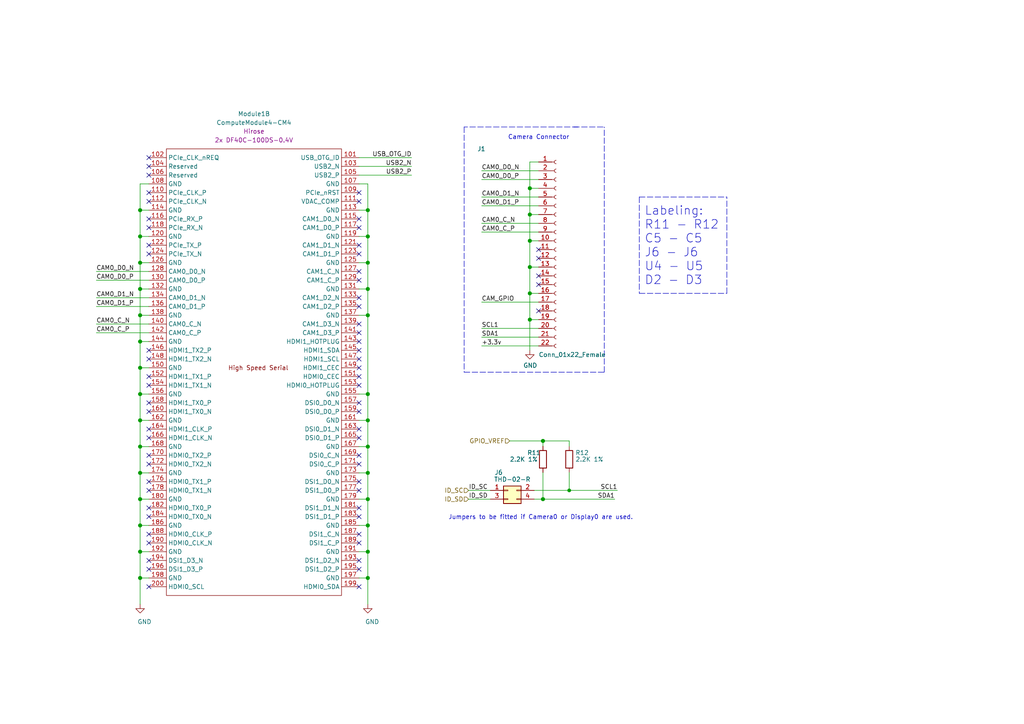
<source format=kicad_sch>
(kicad_sch (version 20210621) (generator eeschema)

  (uuid 3c38d539-525b-45d9-8b0c-4471cd7f19fc)

  (paper "A4")

  (title_block
    (title "Drone Compute Module 4 Base Carrier")
    (date "2021-10-05")
    (rev "v01")
    (comment 2 "creativecommons.org/licenses/by-sa/4.0")
    (comment 3 "License: CC BY-SA 4.0")
    (comment 4 "Author: Chase W. & Kaden T.")
  )

  (lib_symbols
    (symbol "CM4IO:ComputeModule4-CM4" (in_bom yes) (on_board yes)
      (property "Reference" "Module" (id 0) (at 113.03 -68.58 0)
        (effects (font (size 1.27 1.27)))
      )
      (property "Value" "ComputeModule4-CM4" (id 1) (at 140.97 2.54 0)
        (effects (font (size 1.27 1.27)))
      )
      (property "Footprint" "CM4IO:Raspberry-Pi-4-Compute-Module" (id 2) (at 142.24 -26.67 0)
        (effects (font (size 1.27 1.27)) hide)
      )
      (property "Datasheet" "" (id 3) (at 142.24 -26.67 0)
        (effects (font (size 1.27 1.27)) hide)
      )
      (property "Manufacturer" "Hirose" (id 4) (at 0 0 0)
        (effects (font (size 1.27 1.27)))
      )
      (property "MPN" "2x DF40C-100DS-0.4V" (id 5) (at 0 -2.54 0)
        (effects (font (size 1.27 1.27)))
      )
      (property "Digi-Key_PN" "2x H11615CT-ND" (id 6) (at 0 0 0)
        (effects (font (size 1.27 1.27)) hide)
      )
      (property "Digi-Key_PN (Alt)" "2x H124602CT-ND" (id 7) (at 0 0 0)
        (effects (font (size 1.27 1.27)) hide)
      )
      (property "MPN (Alt)" "2x DF40HC(3.0)-100DS-0.4V" (id 8) (at 0 0 0)
        (effects (font (size 1.27 1.27)))
      )
      (symbol "ComputeModule4-CM4_1_0"
        (text "GPIO" (at 0 6.35 0)
          (effects (font (size 1.27 1.27)))
        )
      )
      (symbol "ComputeModule4-CM4_1_1"
        (text "600mA Max" (at -8.89 -53.34 0)
          (effects (font (size 1.27 1.27)))
        )
        (text "600mA Max" (at -8.89 -48.26 0)
          (effects (font (size 1.27 1.27)))
        )
        (text "NB SD signals are only available" (at -1.27 -27.94 0)
          (effects (font (size 1.27 1.27)))
        )
        (text "on modules without eMMC" (at -1.27 -30.48 0)
          (effects (font (size 1.27 1.27)))
        )
        (rectangle (start -30.48 -71.12) (end 25.4 58.42)
          (stroke (width 0)) (fill (type none))
        )
        (pin power_in line (at 27.94 55.88 180) (length 2.54)
          (name "GND" (effects (font (size 1.27 1.27))))
          (number "1" (effects (font (size 1.27 1.27))))
        )
        (pin passive line (at -33.02 45.72 0) (length 2.54)
          (name "Ethernet_Pair0_N" (effects (font (size 1.27 1.27))))
          (number "10" (effects (font (size 1.27 1.27))))
        )
        (pin output line (at -33.02 -68.58 0) (length 2.54)
          (name "nEXTRST" (effects (font (size 1.27 1.27))))
          (number "100" (effects (font (size 1.27 1.27))))
        )
        (pin passive line (at 27.94 43.18 180) (length 2.54)
          (name "Ethernet_Pair2_P" (effects (font (size 1.27 1.27))))
          (number "11" (effects (font (size 1.27 1.27))))
        )
        (pin passive line (at -33.02 43.18 0) (length 2.54)
          (name "Ethernet_Pair0_P" (effects (font (size 1.27 1.27))))
          (number "12" (effects (font (size 1.27 1.27))))
        )
        (pin power_in line (at 27.94 40.64 180) (length 2.54)
          (name "GND" (effects (font (size 1.27 1.27))))
          (number "13" (effects (font (size 1.27 1.27))))
        )
        (pin power_in line (at -33.02 40.64 0) (length 2.54)
          (name "GND" (effects (font (size 1.27 1.27))))
          (number "14" (effects (font (size 1.27 1.27))))
        )
        (pin output line (at 27.94 38.1 180) (length 2.54)
          (name "Ethernet_nLED3(3.3v)" (effects (font (size 1.27 1.27))))
          (number "15" (effects (font (size 1.27 1.27))))
        )
        (pin input line (at -33.02 38.1 0) (length 2.54)
          (name "Ethernet_SYNC_IN(1.8v)" (effects (font (size 1.27 1.27))))
          (number "16" (effects (font (size 1.27 1.27))))
        )
        (pin output line (at 27.94 35.56 180) (length 2.54)
          (name "Ethernet_nLED2(3.3v)" (effects (font (size 1.27 1.27))))
          (number "17" (effects (font (size 1.27 1.27))))
        )
        (pin input line (at -33.02 35.56 0) (length 2.54)
          (name "Ethernet_SYNC_OUT(1.8v)" (effects (font (size 1.27 1.27))))
          (number "18" (effects (font (size 1.27 1.27))))
        )
        (pin output line (at 27.94 33.02 180) (length 2.54)
          (name "Ethernet_nLED1(3.3v)" (effects (font (size 1.27 1.27))))
          (number "19" (effects (font (size 1.27 1.27))))
        )
        (pin power_in line (at -33.02 55.88 0) (length 2.54)
          (name "GND" (effects (font (size 1.27 1.27))))
          (number "2" (effects (font (size 1.27 1.27))))
        )
        (pin passive line (at -33.02 33.02 0) (length 2.54)
          (name "EEPROM_nWP" (effects (font (size 1.27 1.27))))
          (number "20" (effects (font (size 1.27 1.27))))
        )
        (pin open_collector line (at 27.94 30.48 180) (length 2.54)
          (name "PI_nLED_Activity" (effects (font (size 1.27 1.27))))
          (number "21" (effects (font (size 1.27 1.27))))
        )
        (pin power_in line (at -33.02 30.48 0) (length 2.54)
          (name "GND" (effects (font (size 1.27 1.27))))
          (number "22" (effects (font (size 1.27 1.27))))
        )
        (pin power_in line (at 27.94 27.94 180) (length 2.54)
          (name "GND" (effects (font (size 1.27 1.27))))
          (number "23" (effects (font (size 1.27 1.27))))
        )
        (pin passive line (at -33.02 27.94 0) (length 2.54)
          (name "GPIO26" (effects (font (size 1.27 1.27))))
          (number "24" (effects (font (size 1.27 1.27))))
        )
        (pin passive line (at 27.94 25.4 180) (length 2.54)
          (name "GPIO21" (effects (font (size 1.27 1.27))))
          (number "25" (effects (font (size 1.27 1.27))))
        )
        (pin passive line (at -33.02 25.4 0) (length 2.54)
          (name "GPIO19" (effects (font (size 1.27 1.27))))
          (number "26" (effects (font (size 1.27 1.27))))
        )
        (pin passive line (at 27.94 22.86 180) (length 2.54)
          (name "GPIO20" (effects (font (size 1.27 1.27))))
          (number "27" (effects (font (size 1.27 1.27))))
        )
        (pin passive line (at -33.02 22.86 0) (length 2.54)
          (name "GPIO13" (effects (font (size 1.27 1.27))))
          (number "28" (effects (font (size 1.27 1.27))))
        )
        (pin passive line (at 27.94 20.32 180) (length 2.54)
          (name "GPIO16" (effects (font (size 1.27 1.27))))
          (number "29" (effects (font (size 1.27 1.27))))
        )
        (pin passive line (at 27.94 53.34 180) (length 2.54)
          (name "Ethernet_Pair3_P" (effects (font (size 1.27 1.27))))
          (number "3" (effects (font (size 1.27 1.27))))
        )
        (pin passive line (at -33.02 20.32 0) (length 2.54)
          (name "GPIO6" (effects (font (size 1.27 1.27))))
          (number "30" (effects (font (size 1.27 1.27))))
        )
        (pin passive line (at 27.94 17.78 180) (length 2.54)
          (name "GPIO12" (effects (font (size 1.27 1.27))))
          (number "31" (effects (font (size 1.27 1.27))))
        )
        (pin power_in line (at -33.02 17.78 0) (length 2.54)
          (name "GND" (effects (font (size 1.27 1.27))))
          (number "32" (effects (font (size 1.27 1.27))))
        )
        (pin power_in line (at 27.94 15.24 180) (length 2.54)
          (name "GND" (effects (font (size 1.27 1.27))))
          (number "33" (effects (font (size 1.27 1.27))))
        )
        (pin passive line (at -33.02 15.24 0) (length 2.54)
          (name "GPIO5" (effects (font (size 1.27 1.27))))
          (number "34" (effects (font (size 1.27 1.27))))
        )
        (pin passive line (at 27.94 12.7 180) (length 2.54)
          (name "ID_SC" (effects (font (size 1.27 1.27))))
          (number "35" (effects (font (size 1.27 1.27))))
        )
        (pin passive line (at -33.02 12.7 0) (length 2.54)
          (name "ID_SD" (effects (font (size 1.27 1.27))))
          (number "36" (effects (font (size 1.27 1.27))))
        )
        (pin passive line (at 27.94 10.16 180) (length 2.54)
          (name "GPIO7" (effects (font (size 1.27 1.27))))
          (number "37" (effects (font (size 1.27 1.27))))
        )
        (pin passive line (at -33.02 10.16 0) (length 2.54)
          (name "GPIO11" (effects (font (size 1.27 1.27))))
          (number "38" (effects (font (size 1.27 1.27))))
        )
        (pin passive line (at 27.94 7.62 180) (length 2.54)
          (name "GPIO8" (effects (font (size 1.27 1.27))))
          (number "39" (effects (font (size 1.27 1.27))))
        )
        (pin passive line (at -33.02 53.34 0) (length 2.54)
          (name "Ethernet_Pair1_P" (effects (font (size 1.27 1.27))))
          (number "4" (effects (font (size 1.27 1.27))))
        )
        (pin passive line (at -33.02 7.62 0) (length 2.54)
          (name "GPIO9" (effects (font (size 1.27 1.27))))
          (number "40" (effects (font (size 1.27 1.27))))
        )
        (pin passive line (at 27.94 5.08 180) (length 2.54)
          (name "GPIO25" (effects (font (size 1.27 1.27))))
          (number "41" (effects (font (size 1.27 1.27))))
        )
        (pin power_in line (at -33.02 5.08 0) (length 2.54)
          (name "GND" (effects (font (size 1.27 1.27))))
          (number "42" (effects (font (size 1.27 1.27))))
        )
        (pin power_in line (at 27.94 2.54 180) (length 2.54)
          (name "GND" (effects (font (size 1.27 1.27))))
          (number "43" (effects (font (size 1.27 1.27))))
        )
        (pin passive line (at -33.02 2.54 0) (length 2.54)
          (name "GPIO10" (effects (font (size 1.27 1.27))))
          (number "44" (effects (font (size 1.27 1.27))))
        )
        (pin passive line (at 27.94 0 180) (length 2.54)
          (name "GPIO24" (effects (font (size 1.27 1.27))))
          (number "45" (effects (font (size 1.27 1.27))))
        )
        (pin passive line (at -33.02 0 0) (length 2.54)
          (name "GPIO22" (effects (font (size 1.27 1.27))))
          (number "46" (effects (font (size 1.27 1.27))))
        )
        (pin passive line (at 27.94 -2.54 180) (length 2.54)
          (name "GPIO23" (effects (font (size 1.27 1.27))))
          (number "47" (effects (font (size 1.27 1.27))))
        )
        (pin passive line (at -33.02 -2.54 0) (length 2.54)
          (name "GPIO27" (effects (font (size 1.27 1.27))))
          (number "48" (effects (font (size 1.27 1.27))))
        )
        (pin passive line (at 27.94 -5.08 180) (length 2.54)
          (name "GPIO18" (effects (font (size 1.27 1.27))))
          (number "49" (effects (font (size 1.27 1.27))))
        )
        (pin passive line (at 27.94 50.8 180) (length 2.54)
          (name "Ethernet_Pair3_N" (effects (font (size 1.27 1.27))))
          (number "5" (effects (font (size 1.27 1.27))))
        )
        (pin passive line (at -33.02 -5.08 0) (length 2.54)
          (name "GPIO17" (effects (font (size 1.27 1.27))))
          (number "50" (effects (font (size 1.27 1.27))))
        )
        (pin passive line (at 27.94 -7.62 180) (length 2.54)
          (name "GPIO15" (effects (font (size 1.27 1.27))))
          (number "51" (effects (font (size 1.27 1.27))))
        )
        (pin power_in line (at -33.02 -7.62 0) (length 2.54)
          (name "GND" (effects (font (size 1.27 1.27))))
          (number "52" (effects (font (size 1.27 1.27))))
        )
        (pin power_in line (at 27.94 -10.16 180) (length 2.54)
          (name "GND" (effects (font (size 1.27 1.27))))
          (number "53" (effects (font (size 1.27 1.27))))
        )
        (pin passive line (at -33.02 -10.16 0) (length 2.54)
          (name "GPIO4" (effects (font (size 1.27 1.27))))
          (number "54" (effects (font (size 1.27 1.27))))
        )
        (pin passive line (at 27.94 -12.7 180) (length 2.54)
          (name "GPIO14" (effects (font (size 1.27 1.27))))
          (number "55" (effects (font (size 1.27 1.27))))
        )
        (pin passive line (at -33.02 -12.7 0) (length 2.54)
          (name "GPIO3" (effects (font (size 1.27 1.27))))
          (number "56" (effects (font (size 1.27 1.27))))
        )
        (pin passive line (at 27.94 -15.24 180) (length 2.54)
          (name "SD_CLK" (effects (font (size 1.27 1.27))))
          (number "57" (effects (font (size 1.27 1.27))))
        )
        (pin passive line (at -33.02 -15.24 0) (length 2.54)
          (name "GPIO2" (effects (font (size 1.27 1.27))))
          (number "58" (effects (font (size 1.27 1.27))))
        )
        (pin power_in line (at 27.94 -17.78 180) (length 2.54)
          (name "GND" (effects (font (size 1.27 1.27))))
          (number "59" (effects (font (size 1.27 1.27))))
        )
        (pin passive line (at -33.02 50.8 0) (length 2.54)
          (name "Ethernet_Pair1_N" (effects (font (size 1.27 1.27))))
          (number "6" (effects (font (size 1.27 1.27))))
        )
        (pin power_in line (at -33.02 -17.78 0) (length 2.54)
          (name "GND" (effects (font (size 1.27 1.27))))
          (number "60" (effects (font (size 1.27 1.27))))
        )
        (pin passive line (at 27.94 -20.32 180) (length 2.54)
          (name "SD_DAT3" (effects (font (size 1.27 1.27))))
          (number "61" (effects (font (size 1.27 1.27))))
        )
        (pin passive line (at -33.02 -20.32 0) (length 2.54)
          (name "SD_CMD" (effects (font (size 1.27 1.27))))
          (number "62" (effects (font (size 1.27 1.27))))
        )
        (pin passive line (at 27.94 -22.86 180) (length 2.54)
          (name "SD_DAT0" (effects (font (size 1.27 1.27))))
          (number "63" (effects (font (size 1.27 1.27))))
        )
        (pin passive line (at -33.02 -22.86 0) (length 2.54)
          (name "SD_DAT5" (effects (font (size 1.27 1.27))))
          (number "64" (effects (font (size 1.27 1.27))))
        )
        (pin power_in line (at 27.94 -25.4 180) (length 2.54)
          (name "GND" (effects (font (size 1.27 1.27))))
          (number "65" (effects (font (size 1.27 1.27))))
        )
        (pin power_in line (at -33.02 -25.4 0) (length 2.54)
          (name "GND" (effects (font (size 1.27 1.27))))
          (number "66" (effects (font (size 1.27 1.27))))
        )
        (pin passive line (at 27.94 -27.94 180) (length 2.54)
          (name "SD_DAT1" (effects (font (size 1.27 1.27))))
          (number "67" (effects (font (size 1.27 1.27))))
        )
        (pin passive line (at -33.02 -27.94 0) (length 2.54)
          (name "SD_DAT4" (effects (font (size 1.27 1.27))))
          (number "68" (effects (font (size 1.27 1.27))))
        )
        (pin passive line (at 27.94 -30.48 180) (length 2.54)
          (name "SD_DAT2" (effects (font (size 1.27 1.27))))
          (number "69" (effects (font (size 1.27 1.27))))
        )
        (pin power_in line (at 27.94 48.26 180) (length 2.54)
          (name "GND" (effects (font (size 1.27 1.27))))
          (number "7" (effects (font (size 1.27 1.27))))
        )
        (pin passive line (at -33.02 -30.48 0) (length 2.54)
          (name "SD_DAT7" (effects (font (size 1.27 1.27))))
          (number "70" (effects (font (size 1.27 1.27))))
        )
        (pin power_in line (at 27.94 -33.02 180) (length 2.54)
          (name "GND" (effects (font (size 1.27 1.27))))
          (number "71" (effects (font (size 1.27 1.27))))
        )
        (pin passive line (at -33.02 -33.02 0) (length 2.54)
          (name "SD_DAT6" (effects (font (size 1.27 1.27))))
          (number "72" (effects (font (size 1.27 1.27))))
        )
        (pin input line (at 27.94 -35.56 180) (length 2.54)
          (name "SD_VDD_Override" (effects (font (size 1.27 1.27))))
          (number "73" (effects (font (size 1.27 1.27))))
        )
        (pin power_in line (at -33.02 -35.56 0) (length 2.54)
          (name "GND" (effects (font (size 1.27 1.27))))
          (number "74" (effects (font (size 1.27 1.27))))
        )
        (pin output line (at 27.94 -38.1 180) (length 2.54)
          (name "SD_PWR_ON" (effects (font (size 1.27 1.27))))
          (number "75" (effects (font (size 1.27 1.27))))
        )
        (pin passive line (at -33.02 -38.1 0) (length 2.54)
          (name "Reserved" (effects (font (size 1.27 1.27))))
          (number "76" (effects (font (size 1.27 1.27))))
        )
        (pin power_in line (at 27.94 -40.64 180) (length 2.54)
          (name "+5v_(Input)" (effects (font (size 1.27 1.27))))
          (number "77" (effects (font (size 1.27 1.27))))
        )
        (pin power_in line (at -33.02 -40.64 0) (length 2.54)
          (name "GPIO_VREF(1.8v/3.3v_Input)" (effects (font (size 1.27 1.27))))
          (number "78" (effects (font (size 1.27 1.27))))
        )
        (pin power_in line (at 27.94 -43.18 180) (length 2.54)
          (name "+5v_(Input)" (effects (font (size 1.27 1.27))))
          (number "79" (effects (font (size 1.27 1.27))))
        )
        (pin power_in line (at -33.02 48.26 0) (length 2.54)
          (name "GND" (effects (font (size 1.27 1.27))))
          (number "8" (effects (font (size 1.27 1.27))))
        )
        (pin passive line (at -33.02 -43.18 0) (length 2.54)
          (name "SCL0" (effects (font (size 1.27 1.27))))
          (number "80" (effects (font (size 1.27 1.27))))
        )
        (pin power_in line (at 27.94 -45.72 180) (length 2.54)
          (name "+5v_(Input)" (effects (font (size 1.27 1.27))))
          (number "81" (effects (font (size 1.27 1.27))))
        )
        (pin passive line (at -33.02 -45.72 0) (length 2.54)
          (name "SDA0" (effects (font (size 1.27 1.27))))
          (number "82" (effects (font (size 1.27 1.27))))
        )
        (pin power_in line (at 27.94 -48.26 180) (length 2.54)
          (name "+5v_(Input)" (effects (font (size 1.27 1.27))))
          (number "83" (effects (font (size 1.27 1.27))))
        )
        (pin power_out line (at -33.02 -48.26 0) (length 2.54)
          (name "+3.3v_(Output)" (effects (font (size 1.27 1.27))))
          (number "84" (effects (font (size 1.27 1.27))))
        )
        (pin power_in line (at 27.94 -50.8 180) (length 2.54)
          (name "+5v_(Input)" (effects (font (size 1.27 1.27))))
          (number "85" (effects (font (size 1.27 1.27))))
        )
        (pin power_out line (at -33.02 -50.8 0) (length 2.54)
          (name "+3.3v_(Output)" (effects (font (size 1.27 1.27))))
          (number "86" (effects (font (size 1.27 1.27))))
        )
        (pin power_in line (at 27.94 -53.34 180) (length 2.54)
          (name "+5v_(Input)" (effects (font (size 1.27 1.27))))
          (number "87" (effects (font (size 1.27 1.27))))
        )
        (pin power_out line (at -33.02 -53.34 0) (length 2.54)
          (name "+1.8v_(Output)" (effects (font (size 1.27 1.27))))
          (number "88" (effects (font (size 1.27 1.27))))
        )
        (pin power_in line (at 27.94 -55.88 180) (length 2.54)
          (name "WiFi_nDisable" (effects (font (size 1.27 1.27))))
          (number "89" (effects (font (size 1.27 1.27))))
        )
        (pin passive line (at 27.94 45.72 180) (length 2.54)
          (name "Ethernet_Pair2_N" (effects (font (size 1.27 1.27))))
          (number "9" (effects (font (size 1.27 1.27))))
        )
        (pin power_out line (at -33.02 -55.88 0) (length 2.54)
          (name "+1.8v_(Output)" (effects (font (size 1.27 1.27))))
          (number "90" (effects (font (size 1.27 1.27))))
        )
        (pin power_in line (at 27.94 -58.42 180) (length 2.54)
          (name "BT_nDisable" (effects (font (size 1.27 1.27))))
          (number "91" (effects (font (size 1.27 1.27))))
        )
        (pin passive line (at -33.02 -58.42 0) (length 2.54)
          (name "RUN_PG" (effects (font (size 1.27 1.27))))
          (number "92" (effects (font (size 1.27 1.27))))
        )
        (pin input line (at 27.94 -60.96 180) (length 2.54)
          (name "nRPIBOOT" (effects (font (size 1.27 1.27))))
          (number "93" (effects (font (size 1.27 1.27))))
        )
        (pin passive line (at -33.02 -60.96 0) (length 2.54)
          (name "AnalogIP0" (effects (font (size 1.27 1.27))))
          (number "94" (effects (font (size 1.27 1.27))))
        )
        (pin output line (at 27.94 -63.5 180) (length 2.54)
          (name "nPI_LED_PWR" (effects (font (size 1.27 1.27))))
          (number "95" (effects (font (size 1.27 1.27))))
        )
        (pin passive line (at -33.02 -63.5 0) (length 2.54)
          (name "AnalogIP1" (effects (font (size 1.27 1.27))))
          (number "96" (effects (font (size 1.27 1.27))))
        )
        (pin passive line (at 27.94 -66.04 180) (length 2.54)
          (name "Camera_GPIO" (effects (font (size 1.27 1.27))))
          (number "97" (effects (font (size 1.27 1.27))))
        )
        (pin power_in line (at -33.02 -66.04 0) (length 2.54)
          (name "GND" (effects (font (size 1.27 1.27))))
          (number "98" (effects (font (size 1.27 1.27))))
        )
        (pin input line (at 27.94 -68.58 180) (length 2.54)
          (name "Global_EN" (effects (font (size 1.27 1.27))))
          (number "99" (effects (font (size 1.27 1.27))))
        )
      )
      (symbol "ComputeModule4-CM4_2_1"
        (text "High Speed Serial" (at 140.97 0 0)
          (effects (font (size 1.27 1.27)))
        )
        (rectangle (start 114.3 -66.04) (end 165.1 63.5)
          (stroke (width 0)) (fill (type none))
        )
        (pin input line (at 170.18 60.96 180) (length 5.08)
          (name "USB_OTG_ID" (effects (font (size 1.27 1.27))))
          (number "101" (effects (font (size 1.27 1.27))))
        )
        (pin input line (at 109.22 60.96 0) (length 5.08)
          (name "PCIe_CLK_nREQ" (effects (font (size 1.27 1.27))))
          (number "102" (effects (font (size 1.27 1.27))))
        )
        (pin passive line (at 170.18 58.42 180) (length 5.08)
          (name "USB2_N" (effects (font (size 1.27 1.27))))
          (number "103" (effects (font (size 1.27 1.27))))
        )
        (pin passive line (at 109.22 58.42 0) (length 5.08)
          (name "Reserved" (effects (font (size 1.27 1.27))))
          (number "104" (effects (font (size 1.27 1.27))))
        )
        (pin passive line (at 170.18 55.88 180) (length 5.08)
          (name "USB2_P" (effects (font (size 1.27 1.27))))
          (number "105" (effects (font (size 1.27 1.27))))
        )
        (pin passive line (at 109.22 55.88 0) (length 5.08)
          (name "Reserved" (effects (font (size 1.27 1.27))))
          (number "106" (effects (font (size 1.27 1.27))))
        )
        (pin power_in line (at 170.18 53.34 180) (length 5.08)
          (name "GND" (effects (font (size 1.27 1.27))))
          (number "107" (effects (font (size 1.27 1.27))))
        )
        (pin power_in line (at 109.22 53.34 0) (length 5.08)
          (name "GND" (effects (font (size 1.27 1.27))))
          (number "108" (effects (font (size 1.27 1.27))))
        )
        (pin bidirectional line (at 170.18 50.8 180) (length 5.08)
          (name "PCIe_nRST" (effects (font (size 1.27 1.27))))
          (number "109" (effects (font (size 1.27 1.27))))
        )
        (pin output line (at 109.22 50.8 0) (length 5.08)
          (name "PCIe_CLK_P" (effects (font (size 1.27 1.27))))
          (number "110" (effects (font (size 1.27 1.27))))
        )
        (pin passive line (at 170.18 48.26 180) (length 5.08)
          (name "VDAC_COMP" (effects (font (size 1.27 1.27))))
          (number "111" (effects (font (size 1.27 1.27))))
        )
        (pin output line (at 109.22 48.26 0) (length 5.08)
          (name "PCIe_CLK_N" (effects (font (size 1.27 1.27))))
          (number "112" (effects (font (size 1.27 1.27))))
        )
        (pin power_in line (at 170.18 45.72 180) (length 5.08)
          (name "GND" (effects (font (size 1.27 1.27))))
          (number "113" (effects (font (size 1.27 1.27))))
        )
        (pin power_in line (at 109.22 45.72 0) (length 5.08)
          (name "GND" (effects (font (size 1.27 1.27))))
          (number "114" (effects (font (size 1.27 1.27))))
        )
        (pin input line (at 170.18 43.18 180) (length 5.08)
          (name "CAM1_D0_N" (effects (font (size 1.27 1.27))))
          (number "115" (effects (font (size 1.27 1.27))))
        )
        (pin input line (at 109.22 43.18 0) (length 5.08)
          (name "PCIe_RX_P" (effects (font (size 1.27 1.27))))
          (number "116" (effects (font (size 1.27 1.27))))
        )
        (pin input line (at 170.18 40.64 180) (length 5.08)
          (name "CAM1_D0_P" (effects (font (size 1.27 1.27))))
          (number "117" (effects (font (size 1.27 1.27))))
        )
        (pin input line (at 109.22 40.64 0) (length 5.08)
          (name "PCIe_RX_N" (effects (font (size 1.27 1.27))))
          (number "118" (effects (font (size 1.27 1.27))))
        )
        (pin power_in line (at 170.18 38.1 180) (length 5.08)
          (name "GND" (effects (font (size 1.27 1.27))))
          (number "119" (effects (font (size 1.27 1.27))))
        )
        (pin power_in line (at 109.22 38.1 0) (length 5.08)
          (name "GND" (effects (font (size 1.27 1.27))))
          (number "120" (effects (font (size 1.27 1.27))))
        )
        (pin input line (at 170.18 35.56 180) (length 5.08)
          (name "CAM1_D1_N" (effects (font (size 1.27 1.27))))
          (number "121" (effects (font (size 1.27 1.27))))
        )
        (pin output line (at 109.22 35.56 0) (length 5.08)
          (name "PCIe_TX_P" (effects (font (size 1.27 1.27))))
          (number "122" (effects (font (size 1.27 1.27))))
        )
        (pin input line (at 170.18 33.02 180) (length 5.08)
          (name "CAM1_D1_P" (effects (font (size 1.27 1.27))))
          (number "123" (effects (font (size 1.27 1.27))))
        )
        (pin output line (at 109.22 33.02 0) (length 5.08)
          (name "PCIe_TX_N" (effects (font (size 1.27 1.27))))
          (number "124" (effects (font (size 1.27 1.27))))
        )
        (pin power_in line (at 170.18 30.48 180) (length 5.08)
          (name "GND" (effects (font (size 1.27 1.27))))
          (number "125" (effects (font (size 1.27 1.27))))
        )
        (pin power_in line (at 109.22 30.48 0) (length 5.08)
          (name "GND" (effects (font (size 1.27 1.27))))
          (number "126" (effects (font (size 1.27 1.27))))
        )
        (pin input line (at 170.18 27.94 180) (length 5.08)
          (name "CAM1_C_N" (effects (font (size 1.27 1.27))))
          (number "127" (effects (font (size 1.27 1.27))))
        )
        (pin input line (at 109.22 27.94 0) (length 5.08)
          (name "CAM0_D0_N" (effects (font (size 1.27 1.27))))
          (number "128" (effects (font (size 1.27 1.27))))
        )
        (pin input line (at 170.18 25.4 180) (length 5.08)
          (name "CAM1_C_P" (effects (font (size 1.27 1.27))))
          (number "129" (effects (font (size 1.27 1.27))))
        )
        (pin input line (at 109.22 25.4 0) (length 5.08)
          (name "CAM0_D0_P" (effects (font (size 1.27 1.27))))
          (number "130" (effects (font (size 1.27 1.27))))
        )
        (pin power_in line (at 170.18 22.86 180) (length 5.08)
          (name "GND" (effects (font (size 1.27 1.27))))
          (number "131" (effects (font (size 1.27 1.27))))
        )
        (pin power_in line (at 109.22 22.86 0) (length 5.08)
          (name "GND" (effects (font (size 1.27 1.27))))
          (number "132" (effects (font (size 1.27 1.27))))
        )
        (pin input line (at 170.18 20.32 180) (length 5.08)
          (name "CAM1_D2_N" (effects (font (size 1.27 1.27))))
          (number "133" (effects (font (size 1.27 1.27))))
        )
        (pin input line (at 109.22 20.32 0) (length 5.08)
          (name "CAM0_D1_N" (effects (font (size 1.27 1.27))))
          (number "134" (effects (font (size 1.27 1.27))))
        )
        (pin input line (at 170.18 17.78 180) (length 5.08)
          (name "CAM1_D2_P" (effects (font (size 1.27 1.27))))
          (number "135" (effects (font (size 1.27 1.27))))
        )
        (pin input line (at 109.22 17.78 0) (length 5.08)
          (name "CAM0_D1_P" (effects (font (size 1.27 1.27))))
          (number "136" (effects (font (size 1.27 1.27))))
        )
        (pin power_in line (at 170.18 15.24 180) (length 5.08)
          (name "GND" (effects (font (size 1.27 1.27))))
          (number "137" (effects (font (size 1.27 1.27))))
        )
        (pin power_in line (at 109.22 15.24 0) (length 5.08)
          (name "GND" (effects (font (size 1.27 1.27))))
          (number "138" (effects (font (size 1.27 1.27))))
        )
        (pin input line (at 170.18 12.7 180) (length 5.08)
          (name "CAM1_D3_N" (effects (font (size 1.27 1.27))))
          (number "139" (effects (font (size 1.27 1.27))))
        )
        (pin input line (at 109.22 12.7 0) (length 5.08)
          (name "CAM0_C_N" (effects (font (size 1.27 1.27))))
          (number "140" (effects (font (size 1.27 1.27))))
        )
        (pin input line (at 170.18 10.16 180) (length 5.08)
          (name "CAM1_D3_P" (effects (font (size 1.27 1.27))))
          (number "141" (effects (font (size 1.27 1.27))))
        )
        (pin input line (at 109.22 10.16 0) (length 5.08)
          (name "CAM0_C_P" (effects (font (size 1.27 1.27))))
          (number "142" (effects (font (size 1.27 1.27))))
        )
        (pin input line (at 170.18 7.62 180) (length 5.08)
          (name "HDMI1_HOTPLUG" (effects (font (size 1.27 1.27))))
          (number "143" (effects (font (size 1.27 1.27))))
        )
        (pin power_in line (at 109.22 7.62 0) (length 5.08)
          (name "GND" (effects (font (size 1.27 1.27))))
          (number "144" (effects (font (size 1.27 1.27))))
        )
        (pin bidirectional line (at 170.18 5.08 180) (length 5.08)
          (name "HDMI1_SDA" (effects (font (size 1.27 1.27))))
          (number "145" (effects (font (size 1.27 1.27))))
        )
        (pin output line (at 109.22 5.08 0) (length 5.08)
          (name "HDMI1_TX2_P" (effects (font (size 1.27 1.27))))
          (number "146" (effects (font (size 1.27 1.27))))
        )
        (pin open_collector line (at 170.18 2.54 180) (length 5.08)
          (name "HDMI1_SCL" (effects (font (size 1.27 1.27))))
          (number "147" (effects (font (size 1.27 1.27))))
        )
        (pin output line (at 109.22 2.54 0) (length 5.08)
          (name "HDMI1_TX2_N" (effects (font (size 1.27 1.27))))
          (number "148" (effects (font (size 1.27 1.27))))
        )
        (pin open_collector line (at 170.18 0 180) (length 5.08)
          (name "HDMI1_CEC" (effects (font (size 1.27 1.27))))
          (number "149" (effects (font (size 1.27 1.27))))
        )
        (pin power_in line (at 109.22 0 0) (length 5.08)
          (name "GND" (effects (font (size 1.27 1.27))))
          (number "150" (effects (font (size 1.27 1.27))))
        )
        (pin open_collector line (at 170.18 -2.54 180) (length 5.08)
          (name "HDMI0_CEC" (effects (font (size 1.27 1.27))))
          (number "151" (effects (font (size 1.27 1.27))))
        )
        (pin output line (at 109.22 -2.54 0) (length 5.08)
          (name "HDMI1_TX1_P" (effects (font (size 1.27 1.27))))
          (number "152" (effects (font (size 1.27 1.27))))
        )
        (pin input line (at 170.18 -5.08 180) (length 5.08)
          (name "HDMI0_HOTPLUG" (effects (font (size 1.27 1.27))))
          (number "153" (effects (font (size 1.27 1.27))))
        )
        (pin output line (at 109.22 -5.08 0) (length 5.08)
          (name "HDMI1_TX1_N" (effects (font (size 1.27 1.27))))
          (number "154" (effects (font (size 1.27 1.27))))
        )
        (pin power_in line (at 170.18 -7.62 180) (length 5.08)
          (name "GND" (effects (font (size 1.27 1.27))))
          (number "155" (effects (font (size 1.27 1.27))))
        )
        (pin power_in line (at 109.22 -7.62 0) (length 5.08)
          (name "GND" (effects (font (size 1.27 1.27))))
          (number "156" (effects (font (size 1.27 1.27))))
        )
        (pin output line (at 170.18 -10.16 180) (length 5.08)
          (name "DSI0_D0_N" (effects (font (size 1.27 1.27))))
          (number "157" (effects (font (size 1.27 1.27))))
        )
        (pin output line (at 109.22 -10.16 0) (length 5.08)
          (name "HDMI1_TX0_P" (effects (font (size 1.27 1.27))))
          (number "158" (effects (font (size 1.27 1.27))))
        )
        (pin output line (at 170.18 -12.7 180) (length 5.08)
          (name "DSI0_D0_P" (effects (font (size 1.27 1.27))))
          (number "159" (effects (font (size 1.27 1.27))))
        )
        (pin output line (at 109.22 -12.7 0) (length 5.08)
          (name "HDMI1_TX0_N" (effects (font (size 1.27 1.27))))
          (number "160" (effects (font (size 1.27 1.27))))
        )
        (pin power_in line (at 170.18 -15.24 180) (length 5.08)
          (name "GND" (effects (font (size 1.27 1.27))))
          (number "161" (effects (font (size 1.27 1.27))))
        )
        (pin power_in line (at 109.22 -15.24 0) (length 5.08)
          (name "GND" (effects (font (size 1.27 1.27))))
          (number "162" (effects (font (size 1.27 1.27))))
        )
        (pin output line (at 170.18 -17.78 180) (length 5.08)
          (name "DSI0_D1_N" (effects (font (size 1.27 1.27))))
          (number "163" (effects (font (size 1.27 1.27))))
        )
        (pin output line (at 109.22 -17.78 0) (length 5.08)
          (name "HDMI1_CLK_P" (effects (font (size 1.27 1.27))))
          (number "164" (effects (font (size 1.27 1.27))))
        )
        (pin output line (at 170.18 -20.32 180) (length 5.08)
          (name "DSI0_D1_P" (effects (font (size 1.27 1.27))))
          (number "165" (effects (font (size 1.27 1.27))))
        )
        (pin output line (at 109.22 -20.32 0) (length 5.08)
          (name "HDMI1_CLK_N" (effects (font (size 1.27 1.27))))
          (number "166" (effects (font (size 1.27 1.27))))
        )
        (pin power_in line (at 170.18 -22.86 180) (length 5.08)
          (name "GND" (effects (font (size 1.27 1.27))))
          (number "167" (effects (font (size 1.27 1.27))))
        )
        (pin power_in line (at 109.22 -22.86 0) (length 5.08)
          (name "GND" (effects (font (size 1.27 1.27))))
          (number "168" (effects (font (size 1.27 1.27))))
        )
        (pin output line (at 170.18 -25.4 180) (length 5.08)
          (name "DSI0_C_N" (effects (font (size 1.27 1.27))))
          (number "169" (effects (font (size 1.27 1.27))))
        )
        (pin output line (at 109.22 -25.4 0) (length 5.08)
          (name "HDMI0_TX2_P" (effects (font (size 1.27 1.27))))
          (number "170" (effects (font (size 1.27 1.27))))
        )
        (pin output line (at 170.18 -27.94 180) (length 5.08)
          (name "DSI0_C_P" (effects (font (size 1.27 1.27))))
          (number "171" (effects (font (size 1.27 1.27))))
        )
        (pin output line (at 109.22 -27.94 0) (length 5.08)
          (name "HDMI0_TX2_N" (effects (font (size 1.27 1.27))))
          (number "172" (effects (font (size 1.27 1.27))))
        )
        (pin power_in line (at 170.18 -30.48 180) (length 5.08)
          (name "GND" (effects (font (size 1.27 1.27))))
          (number "173" (effects (font (size 1.27 1.27))))
        )
        (pin power_in line (at 109.22 -30.48 0) (length 5.08)
          (name "GND" (effects (font (size 1.27 1.27))))
          (number "174" (effects (font (size 1.27 1.27))))
        )
        (pin output line (at 170.18 -33.02 180) (length 5.08)
          (name "DSI1_D0_N" (effects (font (size 1.27 1.27))))
          (number "175" (effects (font (size 1.27 1.27))))
        )
        (pin output line (at 109.22 -33.02 0) (length 5.08)
          (name "HDMI0_TX1_P" (effects (font (size 1.27 1.27))))
          (number "176" (effects (font (size 1.27 1.27))))
        )
        (pin output line (at 170.18 -35.56 180) (length 5.08)
          (name "DSI1_D0_P" (effects (font (size 1.27 1.27))))
          (number "177" (effects (font (size 1.27 1.27))))
        )
        (pin output line (at 109.22 -35.56 0) (length 5.08)
          (name "HDMI0_TX1_N" (effects (font (size 1.27 1.27))))
          (number "178" (effects (font (size 1.27 1.27))))
        )
        (pin power_in line (at 170.18 -38.1 180) (length 5.08)
          (name "GND" (effects (font (size 1.27 1.27))))
          (number "179" (effects (font (size 1.27 1.27))))
        )
        (pin power_in line (at 109.22 -38.1 0) (length 5.08)
          (name "GND" (effects (font (size 1.27 1.27))))
          (number "180" (effects (font (size 1.27 1.27))))
        )
        (pin output line (at 170.18 -40.64 180) (length 5.08)
          (name "DSI1_D1_N" (effects (font (size 1.27 1.27))))
          (number "181" (effects (font (size 1.27 1.27))))
        )
        (pin output line (at 109.22 -40.64 0) (length 5.08)
          (name "HDMI0_TX0_P" (effects (font (size 1.27 1.27))))
          (number "182" (effects (font (size 1.27 1.27))))
        )
        (pin output line (at 170.18 -43.18 180) (length 5.08)
          (name "DSI1_D1_P" (effects (font (size 1.27 1.27))))
          (number "183" (effects (font (size 1.27 1.27))))
        )
        (pin output line (at 109.22 -43.18 0) (length 5.08)
          (name "HDMI0_TX0_N" (effects (font (size 1.27 1.27))))
          (number "184" (effects (font (size 1.27 1.27))))
        )
        (pin power_in line (at 170.18 -45.72 180) (length 5.08)
          (name "GND" (effects (font (size 1.27 1.27))))
          (number "185" (effects (font (size 1.27 1.27))))
        )
        (pin power_in line (at 109.22 -45.72 0) (length 5.08)
          (name "GND" (effects (font (size 1.27 1.27))))
          (number "186" (effects (font (size 1.27 1.27))))
        )
        (pin output line (at 170.18 -48.26 180) (length 5.08)
          (name "DSI1_C_N" (effects (font (size 1.27 1.27))))
          (number "187" (effects (font (size 1.27 1.27))))
        )
        (pin output line (at 109.22 -48.26 0) (length 5.08)
          (name "HDMI0_CLK_P" (effects (font (size 1.27 1.27))))
          (number "188" (effects (font (size 1.27 1.27))))
        )
        (pin output line (at 170.18 -50.8 180) (length 5.08)
          (name "DSI1_C_P" (effects (font (size 1.27 1.27))))
          (number "189" (effects (font (size 1.27 1.27))))
        )
        (pin output line (at 109.22 -50.8 0) (length 5.08)
          (name "HDMI0_CLK_N" (effects (font (size 1.27 1.27))))
          (number "190" (effects (font (size 1.27 1.27))))
        )
        (pin power_in line (at 170.18 -53.34 180) (length 5.08)
          (name "GND" (effects (font (size 1.27 1.27))))
          (number "191" (effects (font (size 1.27 1.27))))
        )
        (pin power_in line (at 109.22 -53.34 0) (length 5.08)
          (name "GND" (effects (font (size 1.27 1.27))))
          (number "192" (effects (font (size 1.27 1.27))))
        )
        (pin output line (at 170.18 -55.88 180) (length 5.08)
          (name "DSI1_D2_N" (effects (font (size 1.27 1.27))))
          (number "193" (effects (font (size 1.27 1.27))))
        )
        (pin output line (at 109.22 -55.88 0) (length 5.08)
          (name "DSI1_D3_N" (effects (font (size 1.27 1.27))))
          (number "194" (effects (font (size 1.27 1.27))))
        )
        (pin output line (at 170.18 -58.42 180) (length 5.08)
          (name "DSI1_D2_P" (effects (font (size 1.27 1.27))))
          (number "195" (effects (font (size 1.27 1.27))))
        )
        (pin output line (at 109.22 -58.42 0) (length 5.08)
          (name "DSI1_D3_P" (effects (font (size 1.27 1.27))))
          (number "196" (effects (font (size 1.27 1.27))))
        )
        (pin power_in line (at 170.18 -60.96 180) (length 5.08)
          (name "GND" (effects (font (size 1.27 1.27))))
          (number "197" (effects (font (size 1.27 1.27))))
        )
        (pin power_in line (at 109.22 -60.96 0) (length 5.08)
          (name "GND" (effects (font (size 1.27 1.27))))
          (number "198" (effects (font (size 1.27 1.27))))
        )
        (pin bidirectional line (at 170.18 -63.5 180) (length 5.08)
          (name "HDMI0_SDA" (effects (font (size 1.27 1.27))))
          (number "199" (effects (font (size 1.27 1.27))))
        )
        (pin open_collector line (at 109.22 -63.5 0) (length 5.08)
          (name "HDMI0_SCL" (effects (font (size 1.27 1.27))))
          (number "200" (effects (font (size 1.27 1.27))))
        )
      )
    )
    (symbol "Connector:Conn_01x22_Female" (pin_names hide) (in_bom yes) (on_board yes)
      (property "Reference" "J" (id 0) (at 0 27.94 0)
        (effects (font (size 1.27 1.27)))
      )
      (property "Value" "Conn_01x22_Female" (id 1) (at 0 -30.48 0)
        (effects (font (size 1.27 1.27)))
      )
      (property "Footprint" "" (id 2) (at 0 0 0)
        (effects (font (size 1.27 1.27)) hide)
      )
      (property "Datasheet" "~" (id 3) (at 0 0 0)
        (effects (font (size 1.27 1.27)) hide)
      )
      (property "ki_keywords" "connector" (id 4) (at 0 0 0)
        (effects (font (size 1.27 1.27)) hide)
      )
      (property "ki_description" "Generic connector, single row, 01x22, script generated (kicad-library-utils/schlib/autogen/connector/)" (id 5) (at 0 0 0)
        (effects (font (size 1.27 1.27)) hide)
      )
      (property "ki_fp_filters" "Connector*:*_1x??_*" (id 6) (at 0 0 0)
        (effects (font (size 1.27 1.27)) hide)
      )
      (symbol "Conn_01x22_Female_1_1"
        (arc (start 0 -27.432) (end 0 -28.448) (radius (at 0 -27.94) (length 0.508) (angles 90.1 -90.1))
          (stroke (width 0)) (fill (type none))
        )
        (arc (start 0 -24.892) (end 0 -25.908) (radius (at 0 -25.4) (length 0.508) (angles 90.1 -90.1))
          (stroke (width 0)) (fill (type none))
        )
        (arc (start 0 -22.352) (end 0 -23.368) (radius (at 0 -22.86) (length 0.508) (angles 90.1 -90.1))
          (stroke (width 0)) (fill (type none))
        )
        (arc (start 0 -19.812) (end 0 -20.828) (radius (at 0 -20.32) (length 0.508) (angles 90.1 -90.1))
          (stroke (width 0)) (fill (type none))
        )
        (arc (start 0 -17.272) (end 0 -18.288) (radius (at 0 -17.78) (length 0.508) (angles 90.1 -90.1))
          (stroke (width 0)) (fill (type none))
        )
        (arc (start 0 -14.732) (end 0 -15.748) (radius (at 0 -15.24) (length 0.508) (angles 90.1 -90.1))
          (stroke (width 0)) (fill (type none))
        )
        (arc (start 0 -12.192) (end 0 -13.208) (radius (at 0 -12.7) (length 0.508) (angles 90.1 -90.1))
          (stroke (width 0)) (fill (type none))
        )
        (arc (start 0 -9.652) (end 0 -10.668) (radius (at 0 -10.16) (length 0.508) (angles 90.1 -90.1))
          (stroke (width 0)) (fill (type none))
        )
        (arc (start 0 -7.112) (end 0 -8.128) (radius (at 0 -7.62) (length 0.508) (angles 90.1 -90.1))
          (stroke (width 0)) (fill (type none))
        )
        (arc (start 0 -4.572) (end 0 -5.588) (radius (at 0 -5.08) (length 0.508) (angles 90.1 -90.1))
          (stroke (width 0)) (fill (type none))
        )
        (arc (start 0 -2.032) (end 0 -3.048) (radius (at 0 -2.54) (length 0.508) (angles 90.1 -90.1))
          (stroke (width 0)) (fill (type none))
        )
        (arc (start 0 0.508) (end 0 -0.508) (radius (at 0 0) (length 0.508) (angles 90.1 -90.1))
          (stroke (width 0)) (fill (type none))
        )
        (arc (start 0 3.048) (end 0 2.032) (radius (at 0 2.54) (length 0.508) (angles 90.1 -90.1))
          (stroke (width 0)) (fill (type none))
        )
        (arc (start 0 5.588) (end 0 4.572) (radius (at 0 5.08) (length 0.508) (angles 90.1 -90.1))
          (stroke (width 0)) (fill (type none))
        )
        (arc (start 0 8.128) (end 0 7.112) (radius (at 0 7.62) (length 0.508) (angles 90.1 -90.1))
          (stroke (width 0)) (fill (type none))
        )
        (arc (start 0 10.668) (end 0 9.652) (radius (at 0 10.16) (length 0.508) (angles 90.1 -90.1))
          (stroke (width 0)) (fill (type none))
        )
        (arc (start 0 13.208) (end 0 12.192) (radius (at 0 12.7) (length 0.508) (angles 90.1 -90.1))
          (stroke (width 0)) (fill (type none))
        )
        (arc (start 0 15.748) (end 0 14.732) (radius (at 0 15.24) (length 0.508) (angles 90.1 -90.1))
          (stroke (width 0)) (fill (type none))
        )
        (arc (start 0 18.288) (end 0 17.272) (radius (at 0 17.78) (length 0.508) (angles 90.1 -90.1))
          (stroke (width 0)) (fill (type none))
        )
        (arc (start 0 20.828) (end 0 19.812) (radius (at 0 20.32) (length 0.508) (angles 90.1 -90.1))
          (stroke (width 0)) (fill (type none))
        )
        (arc (start 0 23.368) (end 0 22.352) (radius (at 0 22.86) (length 0.508) (angles 90.1 -90.1))
          (stroke (width 0)) (fill (type none))
        )
        (arc (start 0 25.908) (end 0 24.892) (radius (at 0 25.4) (length 0.508) (angles 90.1 -90.1))
          (stroke (width 0)) (fill (type none))
        )
        (polyline
          (pts
            (xy -1.27 -27.94)
            (xy -0.508 -27.94)
          )
          (stroke (width 0)) (fill (type none))
        )
        (polyline
          (pts
            (xy -1.27 -25.4)
            (xy -0.508 -25.4)
          )
          (stroke (width 0)) (fill (type none))
        )
        (polyline
          (pts
            (xy -1.27 -22.86)
            (xy -0.508 -22.86)
          )
          (stroke (width 0)) (fill (type none))
        )
        (polyline
          (pts
            (xy -1.27 -20.32)
            (xy -0.508 -20.32)
          )
          (stroke (width 0)) (fill (type none))
        )
        (polyline
          (pts
            (xy -1.27 -17.78)
            (xy -0.508 -17.78)
          )
          (stroke (width 0)) (fill (type none))
        )
        (polyline
          (pts
            (xy -1.27 -15.24)
            (xy -0.508 -15.24)
          )
          (stroke (width 0)) (fill (type none))
        )
        (polyline
          (pts
            (xy -1.27 -12.7)
            (xy -0.508 -12.7)
          )
          (stroke (width 0)) (fill (type none))
        )
        (polyline
          (pts
            (xy -1.27 -10.16)
            (xy -0.508 -10.16)
          )
          (stroke (width 0)) (fill (type none))
        )
        (polyline
          (pts
            (xy -1.27 -7.62)
            (xy -0.508 -7.62)
          )
          (stroke (width 0)) (fill (type none))
        )
        (polyline
          (pts
            (xy -1.27 -5.08)
            (xy -0.508 -5.08)
          )
          (stroke (width 0)) (fill (type none))
        )
        (polyline
          (pts
            (xy -1.27 -2.54)
            (xy -0.508 -2.54)
          )
          (stroke (width 0)) (fill (type none))
        )
        (polyline
          (pts
            (xy -1.27 0)
            (xy -0.508 0)
          )
          (stroke (width 0)) (fill (type none))
        )
        (polyline
          (pts
            (xy -1.27 2.54)
            (xy -0.508 2.54)
          )
          (stroke (width 0)) (fill (type none))
        )
        (polyline
          (pts
            (xy -1.27 5.08)
            (xy -0.508 5.08)
          )
          (stroke (width 0)) (fill (type none))
        )
        (polyline
          (pts
            (xy -1.27 7.62)
            (xy -0.508 7.62)
          )
          (stroke (width 0)) (fill (type none))
        )
        (polyline
          (pts
            (xy -1.27 10.16)
            (xy -0.508 10.16)
          )
          (stroke (width 0)) (fill (type none))
        )
        (polyline
          (pts
            (xy -1.27 12.7)
            (xy -0.508 12.7)
          )
          (stroke (width 0)) (fill (type none))
        )
        (polyline
          (pts
            (xy -1.27 15.24)
            (xy -0.508 15.24)
          )
          (stroke (width 0)) (fill (type none))
        )
        (polyline
          (pts
            (xy -1.27 17.78)
            (xy -0.508 17.78)
          )
          (stroke (width 0)) (fill (type none))
        )
        (polyline
          (pts
            (xy -1.27 20.32)
            (xy -0.508 20.32)
          )
          (stroke (width 0)) (fill (type none))
        )
        (polyline
          (pts
            (xy -1.27 22.86)
            (xy -0.508 22.86)
          )
          (stroke (width 0)) (fill (type none))
        )
        (polyline
          (pts
            (xy -1.27 25.4)
            (xy -0.508 25.4)
          )
          (stroke (width 0)) (fill (type none))
        )
        (pin passive line (at -5.08 25.4 0) (length 3.81)
          (name "Pin_1" (effects (font (size 1.27 1.27))))
          (number "1" (effects (font (size 1.27 1.27))))
        )
        (pin passive line (at -5.08 2.54 0) (length 3.81)
          (name "Pin_10" (effects (font (size 1.27 1.27))))
          (number "10" (effects (font (size 1.27 1.27))))
        )
        (pin passive line (at -5.08 0 0) (length 3.81)
          (name "Pin_11" (effects (font (size 1.27 1.27))))
          (number "11" (effects (font (size 1.27 1.27))))
        )
        (pin passive line (at -5.08 -2.54 0) (length 3.81)
          (name "Pin_12" (effects (font (size 1.27 1.27))))
          (number "12" (effects (font (size 1.27 1.27))))
        )
        (pin passive line (at -5.08 -5.08 0) (length 3.81)
          (name "Pin_13" (effects (font (size 1.27 1.27))))
          (number "13" (effects (font (size 1.27 1.27))))
        )
        (pin passive line (at -5.08 -7.62 0) (length 3.81)
          (name "Pin_14" (effects (font (size 1.27 1.27))))
          (number "14" (effects (font (size 1.27 1.27))))
        )
        (pin passive line (at -5.08 -10.16 0) (length 3.81)
          (name "Pin_15" (effects (font (size 1.27 1.27))))
          (number "15" (effects (font (size 1.27 1.27))))
        )
        (pin passive line (at -5.08 -12.7 0) (length 3.81)
          (name "Pin_16" (effects (font (size 1.27 1.27))))
          (number "16" (effects (font (size 1.27 1.27))))
        )
        (pin passive line (at -5.08 -15.24 0) (length 3.81)
          (name "Pin_17" (effects (font (size 1.27 1.27))))
          (number "17" (effects (font (size 1.27 1.27))))
        )
        (pin passive line (at -5.08 -17.78 0) (length 3.81)
          (name "Pin_18" (effects (font (size 1.27 1.27))))
          (number "18" (effects (font (size 1.27 1.27))))
        )
        (pin passive line (at -5.08 -20.32 0) (length 3.81)
          (name "Pin_19" (effects (font (size 1.27 1.27))))
          (number "19" (effects (font (size 1.27 1.27))))
        )
        (pin passive line (at -5.08 22.86 0) (length 3.81)
          (name "Pin_2" (effects (font (size 1.27 1.27))))
          (number "2" (effects (font (size 1.27 1.27))))
        )
        (pin passive line (at -5.08 -22.86 0) (length 3.81)
          (name "Pin_20" (effects (font (size 1.27 1.27))))
          (number "20" (effects (font (size 1.27 1.27))))
        )
        (pin passive line (at -5.08 -25.4 0) (length 3.81)
          (name "Pin_21" (effects (font (size 1.27 1.27))))
          (number "21" (effects (font (size 1.27 1.27))))
        )
        (pin passive line (at -5.08 -27.94 0) (length 3.81)
          (name "Pin_22" (effects (font (size 1.27 1.27))))
          (number "22" (effects (font (size 1.27 1.27))))
        )
        (pin passive line (at -5.08 20.32 0) (length 3.81)
          (name "Pin_3" (effects (font (size 1.27 1.27))))
          (number "3" (effects (font (size 1.27 1.27))))
        )
        (pin passive line (at -5.08 17.78 0) (length 3.81)
          (name "Pin_4" (effects (font (size 1.27 1.27))))
          (number "4" (effects (font (size 1.27 1.27))))
        )
        (pin passive line (at -5.08 15.24 0) (length 3.81)
          (name "Pin_5" (effects (font (size 1.27 1.27))))
          (number "5" (effects (font (size 1.27 1.27))))
        )
        (pin passive line (at -5.08 12.7 0) (length 3.81)
          (name "Pin_6" (effects (font (size 1.27 1.27))))
          (number "6" (effects (font (size 1.27 1.27))))
        )
        (pin passive line (at -5.08 10.16 0) (length 3.81)
          (name "Pin_7" (effects (font (size 1.27 1.27))))
          (number "7" (effects (font (size 1.27 1.27))))
        )
        (pin passive line (at -5.08 7.62 0) (length 3.81)
          (name "Pin_8" (effects (font (size 1.27 1.27))))
          (number "8" (effects (font (size 1.27 1.27))))
        )
        (pin passive line (at -5.08 5.08 0) (length 3.81)
          (name "Pin_9" (effects (font (size 1.27 1.27))))
          (number "9" (effects (font (size 1.27 1.27))))
        )
      )
    )
    (symbol "Connector_Generic:Conn_02x02_Odd_Even" (pin_names hide) (in_bom yes) (on_board yes)
      (property "Reference" "J" (id 0) (at 1.27 2.54 0)
        (effects (font (size 1.27 1.27)))
      )
      (property "Value" "Conn_02x02_Odd_Even" (id 1) (at 1.27 -5.08 0)
        (effects (font (size 1.27 1.27)))
      )
      (property "Footprint" "" (id 2) (at 0 0 0)
        (effects (font (size 1.27 1.27)) hide)
      )
      (property "Datasheet" "~" (id 3) (at 0 0 0)
        (effects (font (size 1.27 1.27)) hide)
      )
      (property "ki_keywords" "connector" (id 4) (at 0 0 0)
        (effects (font (size 1.27 1.27)) hide)
      )
      (property "ki_description" "Generic connector, double row, 02x02, odd/even pin numbering scheme (row 1 odd numbers, row 2 even numbers), script generated (kicad-library-utils/schlib/autogen/connector/)" (id 5) (at 0 0 0)
        (effects (font (size 1.27 1.27)) hide)
      )
      (property "ki_fp_filters" "Connector*:*_2x??_*" (id 6) (at 0 0 0)
        (effects (font (size 1.27 1.27)) hide)
      )
      (symbol "Conn_02x02_Odd_Even_1_1"
        (rectangle (start -1.27 -2.413) (end 0 -2.667)
          (stroke (width 0)) (fill (type none))
        )
        (rectangle (start -1.27 0.127) (end 0 -0.127)
          (stroke (width 0)) (fill (type none))
        )
        (rectangle (start 3.81 -2.413) (end 2.54 -2.667)
          (stroke (width 0)) (fill (type none))
        )
        (rectangle (start 3.81 0.127) (end 2.54 -0.127)
          (stroke (width 0)) (fill (type none))
        )
        (rectangle (start -1.27 1.27) (end 3.81 -3.81)
          (stroke (width 0.254)) (fill (type background))
        )
        (pin passive line (at -5.08 0 0) (length 3.81)
          (name "Pin_1" (effects (font (size 1.27 1.27))))
          (number "1" (effects (font (size 1.27 1.27))))
        )
        (pin passive line (at 7.62 0 180) (length 3.81)
          (name "Pin_2" (effects (font (size 1.27 1.27))))
          (number "2" (effects (font (size 1.27 1.27))))
        )
        (pin passive line (at -5.08 -2.54 0) (length 3.81)
          (name "Pin_3" (effects (font (size 1.27 1.27))))
          (number "3" (effects (font (size 1.27 1.27))))
        )
        (pin passive line (at 7.62 -2.54 180) (length 3.81)
          (name "Pin_4" (effects (font (size 1.27 1.27))))
          (number "4" (effects (font (size 1.27 1.27))))
        )
      )
    )
    (symbol "Device:R" (pin_numbers hide) (pin_names (offset 0)) (in_bom yes) (on_board yes)
      (property "Reference" "R" (id 0) (at 2.032 0 90)
        (effects (font (size 1.27 1.27)))
      )
      (property "Value" "R" (id 1) (at 0 0 90)
        (effects (font (size 1.27 1.27)))
      )
      (property "Footprint" "" (id 2) (at -1.778 0 90)
        (effects (font (size 1.27 1.27)) hide)
      )
      (property "Datasheet" "~" (id 3) (at 0 0 0)
        (effects (font (size 1.27 1.27)) hide)
      )
      (property "ki_keywords" "R res resistor" (id 4) (at 0 0 0)
        (effects (font (size 1.27 1.27)) hide)
      )
      (property "ki_description" "Resistor" (id 5) (at 0 0 0)
        (effects (font (size 1.27 1.27)) hide)
      )
      (property "ki_fp_filters" "R_*" (id 6) (at 0 0 0)
        (effects (font (size 1.27 1.27)) hide)
      )
      (symbol "R_0_1"
        (rectangle (start -1.016 -2.54) (end 1.016 2.54)
          (stroke (width 0.254)) (fill (type none))
        )
      )
      (symbol "R_1_1"
        (pin passive line (at 0 3.81 270) (length 1.27)
          (name "~" (effects (font (size 1.27 1.27))))
          (number "1" (effects (font (size 1.27 1.27))))
        )
        (pin passive line (at 0 -3.81 90) (length 1.27)
          (name "~" (effects (font (size 1.27 1.27))))
          (number "2" (effects (font (size 1.27 1.27))))
        )
      )
    )
    (symbol "power:GND" (power) (pin_names (offset 0)) (in_bom yes) (on_board yes)
      (property "Reference" "#PWR" (id 0) (at 0 -6.35 0)
        (effects (font (size 1.27 1.27)) hide)
      )
      (property "Value" "GND" (id 1) (at 0 -3.81 0)
        (effects (font (size 1.27 1.27)))
      )
      (property "Footprint" "" (id 2) (at 0 0 0)
        (effects (font (size 1.27 1.27)) hide)
      )
      (property "Datasheet" "" (id 3) (at 0 0 0)
        (effects (font (size 1.27 1.27)) hide)
      )
      (property "ki_keywords" "power-flag" (id 4) (at 0 0 0)
        (effects (font (size 1.27 1.27)) hide)
      )
      (property "ki_description" "Power symbol creates a global label with name \"GND\" , ground" (id 5) (at 0 0 0)
        (effects (font (size 1.27 1.27)) hide)
      )
      (symbol "GND_0_1"
        (polyline
          (pts
            (xy 0 0)
            (xy 0 -1.27)
            (xy 1.27 -1.27)
            (xy 0 -2.54)
            (xy -1.27 -1.27)
            (xy 0 -1.27)
          )
          (stroke (width 0)) (fill (type none))
        )
      )
      (symbol "GND_1_1"
        (pin power_in line (at 0 0 270) (length 0) hide
          (name "GND" (effects (font (size 1.27 1.27))))
          (number "1" (effects (font (size 1.27 1.27))))
        )
      )
    )
  )


  (junction (at 40.64 60.96) (diameter 1.016) (color 0 0 0 0))
  (junction (at 40.64 68.58) (diameter 1.016) (color 0 0 0 0))
  (junction (at 40.64 76.2) (diameter 1.016) (color 0 0 0 0))
  (junction (at 40.64 83.82) (diameter 1.016) (color 0 0 0 0))
  (junction (at 40.64 91.44) (diameter 1.016) (color 0 0 0 0))
  (junction (at 40.64 99.06) (diameter 1.016) (color 0 0 0 0))
  (junction (at 40.64 106.68) (diameter 1.016) (color 0 0 0 0))
  (junction (at 40.64 114.3) (diameter 1.016) (color 0 0 0 0))
  (junction (at 40.64 121.92) (diameter 1.016) (color 0 0 0 0))
  (junction (at 40.64 129.54) (diameter 1.016) (color 0 0 0 0))
  (junction (at 40.64 137.16) (diameter 1.016) (color 0 0 0 0))
  (junction (at 40.64 144.78) (diameter 1.016) (color 0 0 0 0))
  (junction (at 40.64 152.4) (diameter 1.016) (color 0 0 0 0))
  (junction (at 40.64 160.02) (diameter 1.016) (color 0 0 0 0))
  (junction (at 40.64 167.64) (diameter 1.016) (color 0 0 0 0))
  (junction (at 106.68 60.96) (diameter 1.016) (color 0 0 0 0))
  (junction (at 106.68 68.58) (diameter 1.016) (color 0 0 0 0))
  (junction (at 106.68 76.2) (diameter 1.016) (color 0 0 0 0))
  (junction (at 106.68 83.82) (diameter 1.016) (color 0 0 0 0))
  (junction (at 106.68 91.44) (diameter 1.016) (color 0 0 0 0))
  (junction (at 106.68 114.3) (diameter 1.016) (color 0 0 0 0))
  (junction (at 106.68 121.92) (diameter 1.016) (color 0 0 0 0))
  (junction (at 106.68 129.54) (diameter 1.016) (color 0 0 0 0))
  (junction (at 106.68 137.16) (diameter 1.016) (color 0 0 0 0))
  (junction (at 106.68 144.78) (diameter 1.016) (color 0 0 0 0))
  (junction (at 106.68 152.4) (diameter 1.016) (color 0 0 0 0))
  (junction (at 106.68 160.02) (diameter 1.016) (color 0 0 0 0))
  (junction (at 106.68 167.64) (diameter 1.016) (color 0 0 0 0))
  (junction (at 153.67 54.61) (diameter 1.016) (color 0 0 0 0))
  (junction (at 153.67 62.23) (diameter 1.016) (color 0 0 0 0))
  (junction (at 153.67 69.85) (diameter 1.016) (color 0 0 0 0))
  (junction (at 153.67 77.47) (diameter 1.016) (color 0 0 0 0))
  (junction (at 153.67 85.09) (diameter 1.016) (color 0 0 0 0))
  (junction (at 153.67 92.71) (diameter 1.016) (color 0 0 0 0))
  (junction (at 157.48 127.889) (diameter 1.016) (color 0 0 0 0))
  (junction (at 157.48 144.78) (diameter 1.016) (color 0 0 0 0))
  (junction (at 165.1 142.24) (diameter 0) (color 0 0 0 0))

  (no_connect (at 43.18 45.72) (uuid 39f7710b-c50d-4f08-a068-dd9b9560eb21))
  (no_connect (at 43.18 48.26) (uuid 39f7710b-c50d-4f08-a068-dd9b9560eb21))
  (no_connect (at 43.18 50.8) (uuid 39f7710b-c50d-4f08-a068-dd9b9560eb21))
  (no_connect (at 43.18 55.88) (uuid 39f7710b-c50d-4f08-a068-dd9b9560eb21))
  (no_connect (at 43.18 58.42) (uuid 39f7710b-c50d-4f08-a068-dd9b9560eb21))
  (no_connect (at 43.18 63.5) (uuid 39f7710b-c50d-4f08-a068-dd9b9560eb21))
  (no_connect (at 43.18 66.04) (uuid 39f7710b-c50d-4f08-a068-dd9b9560eb21))
  (no_connect (at 43.18 71.12) (uuid 39f7710b-c50d-4f08-a068-dd9b9560eb21))
  (no_connect (at 43.18 73.66) (uuid 39f7710b-c50d-4f08-a068-dd9b9560eb21))
  (no_connect (at 43.18 101.6) (uuid 39f7710b-c50d-4f08-a068-dd9b9560eb21))
  (no_connect (at 43.18 104.14) (uuid 39f7710b-c50d-4f08-a068-dd9b9560eb21))
  (no_connect (at 43.18 109.22) (uuid df8f7b45-099f-491a-b9bc-f13c66abfeba))
  (no_connect (at 43.18 111.76) (uuid df8f7b45-099f-491a-b9bc-f13c66abfeba))
  (no_connect (at 43.18 116.84) (uuid df8f7b45-099f-491a-b9bc-f13c66abfeba))
  (no_connect (at 43.18 119.38) (uuid df8f7b45-099f-491a-b9bc-f13c66abfeba))
  (no_connect (at 43.18 124.46) (uuid df8f7b45-099f-491a-b9bc-f13c66abfeba))
  (no_connect (at 43.18 127) (uuid df8f7b45-099f-491a-b9bc-f13c66abfeba))
  (no_connect (at 43.18 132.08) (uuid df8f7b45-099f-491a-b9bc-f13c66abfeba))
  (no_connect (at 43.18 134.62) (uuid df8f7b45-099f-491a-b9bc-f13c66abfeba))
  (no_connect (at 43.18 139.7) (uuid df8f7b45-099f-491a-b9bc-f13c66abfeba))
  (no_connect (at 43.18 142.24) (uuid df8f7b45-099f-491a-b9bc-f13c66abfeba))
  (no_connect (at 43.18 147.32) (uuid 4fdcc0b4-aa69-4fed-b8ca-715548916ebc))
  (no_connect (at 43.18 149.86) (uuid 4fdcc0b4-aa69-4fed-b8ca-715548916ebc))
  (no_connect (at 43.18 154.94) (uuid 4fdcc0b4-aa69-4fed-b8ca-715548916ebc))
  (no_connect (at 43.18 157.48) (uuid 4fdcc0b4-aa69-4fed-b8ca-715548916ebc))
  (no_connect (at 43.18 162.56) (uuid 4fdcc0b4-aa69-4fed-b8ca-715548916ebc))
  (no_connect (at 43.18 165.1) (uuid 4fdcc0b4-aa69-4fed-b8ca-715548916ebc))
  (no_connect (at 43.18 170.18) (uuid 4fdcc0b4-aa69-4fed-b8ca-715548916ebc))
  (no_connect (at 104.14 55.88) (uuid 39f7710b-c50d-4f08-a068-dd9b9560eb21))
  (no_connect (at 104.14 58.42) (uuid 39f7710b-c50d-4f08-a068-dd9b9560eb21))
  (no_connect (at 104.14 63.5) (uuid 39f7710b-c50d-4f08-a068-dd9b9560eb21))
  (no_connect (at 104.14 66.04) (uuid 39f7710b-c50d-4f08-a068-dd9b9560eb21))
  (no_connect (at 104.14 71.12) (uuid 39f7710b-c50d-4f08-a068-dd9b9560eb21))
  (no_connect (at 104.14 73.66) (uuid 39f7710b-c50d-4f08-a068-dd9b9560eb21))
  (no_connect (at 104.14 78.74) (uuid 39f7710b-c50d-4f08-a068-dd9b9560eb21))
  (no_connect (at 104.14 81.28) (uuid 39f7710b-c50d-4f08-a068-dd9b9560eb21))
  (no_connect (at 104.14 86.36) (uuid 39f7710b-c50d-4f08-a068-dd9b9560eb21))
  (no_connect (at 104.14 88.9) (uuid 39f7710b-c50d-4f08-a068-dd9b9560eb21))
  (no_connect (at 104.14 93.98) (uuid 39f7710b-c50d-4f08-a068-dd9b9560eb21))
  (no_connect (at 104.14 96.52) (uuid 39f7710b-c50d-4f08-a068-dd9b9560eb21))
  (no_connect (at 104.14 99.06) (uuid 39f7710b-c50d-4f08-a068-dd9b9560eb21))
  (no_connect (at 104.14 101.6) (uuid 39f7710b-c50d-4f08-a068-dd9b9560eb21))
  (no_connect (at 104.14 104.14) (uuid 39f7710b-c50d-4f08-a068-dd9b9560eb21))
  (no_connect (at 104.14 106.68) (uuid 39f7710b-c50d-4f08-a068-dd9b9560eb21))
  (no_connect (at 104.14 109.22) (uuid 39f7710b-c50d-4f08-a068-dd9b9560eb21))
  (no_connect (at 104.14 111.76) (uuid 39f7710b-c50d-4f08-a068-dd9b9560eb21))
  (no_connect (at 104.14 116.84) (uuid 39f7710b-c50d-4f08-a068-dd9b9560eb21))
  (no_connect (at 104.14 119.38) (uuid 39f7710b-c50d-4f08-a068-dd9b9560eb21))
  (no_connect (at 104.14 124.46) (uuid 39f7710b-c50d-4f08-a068-dd9b9560eb21))
  (no_connect (at 104.14 127) (uuid 39f7710b-c50d-4f08-a068-dd9b9560eb21))
  (no_connect (at 104.14 132.08) (uuid 39f7710b-c50d-4f08-a068-dd9b9560eb21))
  (no_connect (at 104.14 134.62) (uuid 39f7710b-c50d-4f08-a068-dd9b9560eb21))
  (no_connect (at 104.14 139.7) (uuid 39f7710b-c50d-4f08-a068-dd9b9560eb21))
  (no_connect (at 104.14 142.24) (uuid 39f7710b-c50d-4f08-a068-dd9b9560eb21))
  (no_connect (at 104.14 147.32) (uuid 39f7710b-c50d-4f08-a068-dd9b9560eb21))
  (no_connect (at 104.14 149.86) (uuid 39f7710b-c50d-4f08-a068-dd9b9560eb21))
  (no_connect (at 104.14 154.94) (uuid 39f7710b-c50d-4f08-a068-dd9b9560eb21))
  (no_connect (at 104.14 157.48) (uuid 39f7710b-c50d-4f08-a068-dd9b9560eb21))
  (no_connect (at 104.14 162.56) (uuid 39f7710b-c50d-4f08-a068-dd9b9560eb21))
  (no_connect (at 104.14 165.1) (uuid 39f7710b-c50d-4f08-a068-dd9b9560eb21))
  (no_connect (at 104.14 170.18) (uuid 39f7710b-c50d-4f08-a068-dd9b9560eb21))
  (no_connect (at 156.21 72.39) (uuid cdb6ddb2-5931-4cd2-85cc-10d68e0c7b02))
  (no_connect (at 156.21 74.93) (uuid a441f395-cdba-4c19-8fce-21e364ff9c26))
  (no_connect (at 156.21 80.01) (uuid a81c2b39-7b84-48d3-9cd7-761c30790a3c))
  (no_connect (at 156.21 82.55) (uuid b611011c-4ce5-4d3d-9dce-de1458f772de))
  (no_connect (at 156.21 90.17) (uuid f9a01cc2-7475-4915-84b5-e5c036512b81))

  (wire (pts (xy 27.94 78.74) (xy 43.18 78.74))
    (stroke (width 0) (type default) (color 0 0 0 0))
    (uuid f59303db-c201-4d21-b86b-356828de84d6)
  )
  (wire (pts (xy 27.94 81.28) (xy 43.18 81.28))
    (stroke (width 0) (type default) (color 0 0 0 0))
    (uuid 5fea5eaf-5ee2-4859-9e01-f355cbc8b5a6)
  )
  (wire (pts (xy 27.94 86.36) (xy 43.18 86.36))
    (stroke (width 0) (type default) (color 0 0 0 0))
    (uuid def930b7-eb5d-4f8f-affe-303c648c6050)
  )
  (wire (pts (xy 27.94 88.9) (xy 43.18 88.9))
    (stroke (width 0) (type default) (color 0 0 0 0))
    (uuid d9b3265b-0ff5-4272-b06b-fc46bfe0e6aa)
  )
  (wire (pts (xy 27.94 93.98) (xy 43.18 93.98))
    (stroke (width 0) (type default) (color 0 0 0 0))
    (uuid 055a6945-2c6c-49cd-8d3c-afd2f90a2563)
  )
  (wire (pts (xy 27.94 96.52) (xy 43.18 96.52))
    (stroke (width 0) (type default) (color 0 0 0 0))
    (uuid de687c5f-f4ea-4641-9604-ca7a484426da)
  )
  (wire (pts (xy 40.64 53.34) (xy 40.64 60.96))
    (stroke (width 0) (type solid) (color 0 0 0 0))
    (uuid ce29b5d7-6e84-4da8-bbe4-9a89be0ddb13)
  )
  (wire (pts (xy 40.64 53.34) (xy 43.18 53.34))
    (stroke (width 0) (type solid) (color 0 0 0 0))
    (uuid 0f5772dc-7dcc-4827-8b78-9b2ac0e4a519)
  )
  (wire (pts (xy 40.64 60.96) (xy 40.64 68.58))
    (stroke (width 0) (type solid) (color 0 0 0 0))
    (uuid 621dd85f-eb4f-4bfe-8b0b-8bb01ebe6e2e)
  )
  (wire (pts (xy 40.64 60.96) (xy 43.18 60.96))
    (stroke (width 0) (type solid) (color 0 0 0 0))
    (uuid 6676b8cd-ba68-4436-ba93-6fb254db1f3f)
  )
  (wire (pts (xy 40.64 68.58) (xy 40.64 76.2))
    (stroke (width 0) (type solid) (color 0 0 0 0))
    (uuid 3d809a16-512a-4014-a74a-d34c36a8fa6a)
  )
  (wire (pts (xy 40.64 68.58) (xy 43.18 68.58))
    (stroke (width 0) (type solid) (color 0 0 0 0))
    (uuid c127fe86-5b6a-4e5a-89b9-3e6429e1627b)
  )
  (wire (pts (xy 40.64 76.2) (xy 40.64 83.82))
    (stroke (width 0) (type solid) (color 0 0 0 0))
    (uuid 203a469a-8be0-4ab9-be7b-f676178903bf)
  )
  (wire (pts (xy 40.64 76.2) (xy 43.18 76.2))
    (stroke (width 0) (type solid) (color 0 0 0 0))
    (uuid a2567a96-2b6d-49fc-a999-410ac8c0758c)
  )
  (wire (pts (xy 40.64 83.82) (xy 40.64 91.44))
    (stroke (width 0) (type solid) (color 0 0 0 0))
    (uuid 89f90131-14a4-4bc0-a33a-3fea27920364)
  )
  (wire (pts (xy 40.64 83.82) (xy 43.18 83.82))
    (stroke (width 0) (type solid) (color 0 0 0 0))
    (uuid e4461270-f86e-4ae9-8872-8a51774485fa)
  )
  (wire (pts (xy 40.64 91.44) (xy 40.64 99.06))
    (stroke (width 0) (type solid) (color 0 0 0 0))
    (uuid 29b7d2ed-af13-4639-a8d0-ff565cd688aa)
  )
  (wire (pts (xy 40.64 91.44) (xy 43.18 91.44))
    (stroke (width 0) (type solid) (color 0 0 0 0))
    (uuid 25897d46-e6c8-42e5-8478-a6ea41848efd)
  )
  (wire (pts (xy 40.64 99.06) (xy 40.64 106.68))
    (stroke (width 0) (type solid) (color 0 0 0 0))
    (uuid c16c55fa-aaab-47a6-9a89-2c501bdafaa0)
  )
  (wire (pts (xy 40.64 99.06) (xy 43.18 99.06))
    (stroke (width 0) (type solid) (color 0 0 0 0))
    (uuid 143318cc-2d2b-44ab-a19c-3ace56f3c3e4)
  )
  (wire (pts (xy 40.64 106.68) (xy 40.64 114.3))
    (stroke (width 0) (type solid) (color 0 0 0 0))
    (uuid 69c78aeb-9321-4d64-8be9-a663980dbed8)
  )
  (wire (pts (xy 40.64 106.68) (xy 43.18 106.68))
    (stroke (width 0) (type solid) (color 0 0 0 0))
    (uuid 7046aee7-3d9a-44f1-8d44-fc246dc3e8c9)
  )
  (wire (pts (xy 40.64 114.3) (xy 40.64 121.92))
    (stroke (width 0) (type solid) (color 0 0 0 0))
    (uuid 6aac7f19-b389-4468-9f9e-47a4cf79044d)
  )
  (wire (pts (xy 40.64 114.3) (xy 43.18 114.3))
    (stroke (width 0) (type solid) (color 0 0 0 0))
    (uuid 8b5ccb9e-e45e-4a29-b171-a3c581f73ebd)
  )
  (wire (pts (xy 40.64 121.92) (xy 40.64 129.54))
    (stroke (width 0) (type solid) (color 0 0 0 0))
    (uuid 32bb2b2d-637e-4752-b421-99a82a304dbf)
  )
  (wire (pts (xy 40.64 121.92) (xy 43.18 121.92))
    (stroke (width 0) (type solid) (color 0 0 0 0))
    (uuid 71138c16-7444-4586-b4e4-4dc6290c0a82)
  )
  (wire (pts (xy 40.64 129.54) (xy 40.64 137.16))
    (stroke (width 0) (type solid) (color 0 0 0 0))
    (uuid 732dcd93-c5c6-40d3-af35-337b1487edea)
  )
  (wire (pts (xy 40.64 129.54) (xy 43.18 129.54))
    (stroke (width 0) (type solid) (color 0 0 0 0))
    (uuid 6d77c419-e04a-44df-9040-beb6c1506c46)
  )
  (wire (pts (xy 40.64 137.16) (xy 40.64 144.78))
    (stroke (width 0) (type solid) (color 0 0 0 0))
    (uuid 6a190af2-9177-4e25-a630-95fb4c99e022)
  )
  (wire (pts (xy 40.64 137.16) (xy 43.18 137.16))
    (stroke (width 0) (type solid) (color 0 0 0 0))
    (uuid 96adeed7-6536-44cc-9f26-f626dd74a5fb)
  )
  (wire (pts (xy 40.64 144.78) (xy 40.64 152.4))
    (stroke (width 0) (type solid) (color 0 0 0 0))
    (uuid 035db709-c782-4ac5-b427-d6abac6b3c61)
  )
  (wire (pts (xy 40.64 144.78) (xy 43.18 144.78))
    (stroke (width 0) (type solid) (color 0 0 0 0))
    (uuid dbb196b0-092d-4e71-b5b8-d7dcd9b4f5e9)
  )
  (wire (pts (xy 40.64 152.4) (xy 40.64 160.02))
    (stroke (width 0) (type solid) (color 0 0 0 0))
    (uuid 31280ef4-a201-4f9a-adc0-7335916da9ac)
  )
  (wire (pts (xy 40.64 152.4) (xy 43.18 152.4))
    (stroke (width 0) (type solid) (color 0 0 0 0))
    (uuid 17cff83c-7e50-4473-b469-b3ad91cdd198)
  )
  (wire (pts (xy 40.64 160.02) (xy 40.64 167.64))
    (stroke (width 0) (type solid) (color 0 0 0 0))
    (uuid fb391e4e-096f-4b64-b0c3-982f5f0350f7)
  )
  (wire (pts (xy 40.64 160.02) (xy 43.18 160.02))
    (stroke (width 0) (type solid) (color 0 0 0 0))
    (uuid 98464c8a-c778-408d-9b1c-73fb8f4e344f)
  )
  (wire (pts (xy 40.64 167.64) (xy 40.64 175.26))
    (stroke (width 0) (type solid) (color 0 0 0 0))
    (uuid a5ee36f8-92e7-4923-b8d1-89d4792d4877)
  )
  (wire (pts (xy 40.64 167.64) (xy 43.18 167.64))
    (stroke (width 0) (type solid) (color 0 0 0 0))
    (uuid 3aca3c07-8358-41ad-b2ec-5266ab8caab6)
  )
  (wire (pts (xy 104.14 45.72) (xy 119.38 45.72))
    (stroke (width 0) (type solid) (color 0 0 0 0))
    (uuid 1817fef8-0342-4566-b499-29d5aa511e14)
  )
  (wire (pts (xy 104.14 48.26) (xy 119.38 48.26))
    (stroke (width 0) (type solid) (color 0 0 0 0))
    (uuid 6f9fe664-9ae2-46f4-896d-0328d9e3ef5c)
  )
  (wire (pts (xy 104.14 50.8) (xy 119.38 50.8))
    (stroke (width 0) (type solid) (color 0 0 0 0))
    (uuid 0b639117-b56b-4ee6-801b-9fdaef63435e)
  )
  (wire (pts (xy 104.14 53.34) (xy 106.68 53.34))
    (stroke (width 0) (type solid) (color 0 0 0 0))
    (uuid 661de4e5-7def-4df5-b105-f5b67bf42660)
  )
  (wire (pts (xy 104.14 60.96) (xy 106.68 60.96))
    (stroke (width 0) (type solid) (color 0 0 0 0))
    (uuid 42694320-5d69-4977-83e8-776243f88167)
  )
  (wire (pts (xy 104.14 68.58) (xy 106.68 68.58))
    (stroke (width 0) (type solid) (color 0 0 0 0))
    (uuid 8da80d89-a541-4ba6-85bb-f768938d95fe)
  )
  (wire (pts (xy 104.14 76.2) (xy 106.68 76.2))
    (stroke (width 0) (type solid) (color 0 0 0 0))
    (uuid 2869719e-72a9-4ba3-938e-5b60452a5f22)
  )
  (wire (pts (xy 104.14 83.82) (xy 106.68 83.82))
    (stroke (width 0) (type solid) (color 0 0 0 0))
    (uuid 4fdc0038-0719-4b30-9225-5ba17411bd43)
  )
  (wire (pts (xy 104.14 91.44) (xy 106.68 91.44))
    (stroke (width 0) (type solid) (color 0 0 0 0))
    (uuid be6ffad5-6b1f-42ff-9d4c-345afec11c4c)
  )
  (wire (pts (xy 104.14 114.3) (xy 106.68 114.3))
    (stroke (width 0) (type solid) (color 0 0 0 0))
    (uuid b02c452e-877e-46e4-9db9-a134a2642181)
  )
  (wire (pts (xy 104.14 121.92) (xy 106.68 121.92))
    (stroke (width 0) (type solid) (color 0 0 0 0))
    (uuid f487f29a-8f93-4726-ba1a-249eb4d4073e)
  )
  (wire (pts (xy 104.14 129.54) (xy 106.68 129.54))
    (stroke (width 0) (type solid) (color 0 0 0 0))
    (uuid 053ce9ee-82a4-4462-849d-92b49ea7cbe6)
  )
  (wire (pts (xy 104.14 137.16) (xy 106.68 137.16))
    (stroke (width 0) (type solid) (color 0 0 0 0))
    (uuid 04f0e7cb-8bc4-44c4-b2be-78fe20a3a21f)
  )
  (wire (pts (xy 104.14 144.78) (xy 106.68 144.78))
    (stroke (width 0) (type solid) (color 0 0 0 0))
    (uuid 1106b54d-c41a-41f2-8081-93db85a9b45c)
  )
  (wire (pts (xy 104.14 152.4) (xy 106.68 152.4))
    (stroke (width 0) (type solid) (color 0 0 0 0))
    (uuid 04d53dd7-381b-482f-98af-a0b64922b500)
  )
  (wire (pts (xy 104.14 160.02) (xy 106.68 160.02))
    (stroke (width 0) (type solid) (color 0 0 0 0))
    (uuid bcfbcd91-b0b8-44b8-bddf-d8c75b1ae7c8)
  )
  (wire (pts (xy 104.14 167.64) (xy 106.68 167.64))
    (stroke (width 0) (type solid) (color 0 0 0 0))
    (uuid fd8ca71a-b8d5-47a8-98b1-cd6b82477683)
  )
  (wire (pts (xy 106.68 53.34) (xy 106.68 60.96))
    (stroke (width 0) (type solid) (color 0 0 0 0))
    (uuid e981111a-4a0c-4951-b932-9f77a1370c1e)
  )
  (wire (pts (xy 106.68 60.96) (xy 106.68 68.58))
    (stroke (width 0) (type solid) (color 0 0 0 0))
    (uuid 959e43c5-debe-48e2-b5f5-eb344ce737e4)
  )
  (wire (pts (xy 106.68 68.58) (xy 106.68 76.2))
    (stroke (width 0) (type solid) (color 0 0 0 0))
    (uuid 26057dc4-3fcc-4842-9e3d-1b011c14aa7c)
  )
  (wire (pts (xy 106.68 76.2) (xy 106.68 83.82))
    (stroke (width 0) (type solid) (color 0 0 0 0))
    (uuid 04783329-c21e-46a2-b2e9-69700eb0b0be)
  )
  (wire (pts (xy 106.68 83.82) (xy 106.68 91.44))
    (stroke (width 0) (type solid) (color 0 0 0 0))
    (uuid 060baf16-97bc-4e1f-af4c-1fb9faeb7853)
  )
  (wire (pts (xy 106.68 91.44) (xy 106.68 114.3))
    (stroke (width 0) (type solid) (color 0 0 0 0))
    (uuid 88e3364b-72b8-43ef-855b-cffc651e6939)
  )
  (wire (pts (xy 106.68 114.3) (xy 106.68 121.92))
    (stroke (width 0) (type solid) (color 0 0 0 0))
    (uuid 791cefb8-90f1-4f3a-a712-87a05da28c5f)
  )
  (wire (pts (xy 106.68 121.92) (xy 106.68 129.54))
    (stroke (width 0) (type solid) (color 0 0 0 0))
    (uuid 7373de4a-6ede-4372-acca-daf1a0ccf073)
  )
  (wire (pts (xy 106.68 129.54) (xy 106.68 137.16))
    (stroke (width 0) (type solid) (color 0 0 0 0))
    (uuid 0538a63c-e54c-4354-a40e-05e6a9137e19)
  )
  (wire (pts (xy 106.68 137.16) (xy 106.68 144.78))
    (stroke (width 0) (type solid) (color 0 0 0 0))
    (uuid e97411c9-e161-4986-9f7d-7be098e15dcd)
  )
  (wire (pts (xy 106.68 144.78) (xy 106.68 152.4))
    (stroke (width 0) (type solid) (color 0 0 0 0))
    (uuid 78ca596b-9376-484b-adde-2da2cd343ab1)
  )
  (wire (pts (xy 106.68 152.4) (xy 106.68 160.02))
    (stroke (width 0) (type solid) (color 0 0 0 0))
    (uuid 96310456-3f7d-46b2-87ba-0ffa4ceaaeed)
  )
  (wire (pts (xy 106.68 160.02) (xy 106.68 167.64))
    (stroke (width 0) (type solid) (color 0 0 0 0))
    (uuid 5a9e6f2d-2fb4-4a10-b85d-166e162400c6)
  )
  (wire (pts (xy 106.68 167.64) (xy 106.68 175.26))
    (stroke (width 0) (type solid) (color 0 0 0 0))
    (uuid 18eaec53-f3ba-40bb-a8cf-d51bc9e7354e)
  )
  (wire (pts (xy 135.89 142.24) (xy 142.24 142.24))
    (stroke (width 0) (type solid) (color 0 0 0 0))
    (uuid ac28540e-9ebc-434b-bb77-b723aa485446)
  )
  (wire (pts (xy 135.89 144.78) (xy 142.24 144.78))
    (stroke (width 0) (type solid) (color 0 0 0 0))
    (uuid 7a43e53f-84c7-4c8b-a78f-d74412586927)
  )
  (wire (pts (xy 139.7 49.53) (xy 156.21 49.53))
    (stroke (width 0) (type solid) (color 0 0 0 0))
    (uuid 51df12ea-4574-42a8-9164-99e3b6050188)
  )
  (wire (pts (xy 139.7 52.07) (xy 156.21 52.07))
    (stroke (width 0) (type solid) (color 0 0 0 0))
    (uuid aa5b9e71-dbda-4354-9931-bc920b736e22)
  )
  (wire (pts (xy 139.7 57.15) (xy 156.21 57.15))
    (stroke (width 0) (type solid) (color 0 0 0 0))
    (uuid 468f7d4f-9e3a-4073-8d1c-267b4b9d88e4)
  )
  (wire (pts (xy 139.7 59.69) (xy 156.21 59.69))
    (stroke (width 0) (type solid) (color 0 0 0 0))
    (uuid 84b17afd-05bf-43c6-817d-03610064fe40)
  )
  (wire (pts (xy 139.7 64.77) (xy 156.21 64.77))
    (stroke (width 0) (type solid) (color 0 0 0 0))
    (uuid 076bda1a-b7cf-43ca-81a9-3a0f0f94a091)
  )
  (wire (pts (xy 139.7 67.31) (xy 156.21 67.31))
    (stroke (width 0) (type solid) (color 0 0 0 0))
    (uuid 0c75da06-3d65-480d-8801-4537334e2447)
  )
  (wire (pts (xy 147.828 127.889) (xy 157.48 127.889))
    (stroke (width 0) (type solid) (color 0 0 0 0))
    (uuid 30955e5f-e24f-4f03-92ae-ee7fc7c9836b)
  )
  (wire (pts (xy 153.67 46.99) (xy 153.67 54.61))
    (stroke (width 0) (type solid) (color 0 0 0 0))
    (uuid 02c12f78-58f4-4774-9069-e6c6b132b392)
  )
  (wire (pts (xy 153.67 54.61) (xy 153.67 62.23))
    (stroke (width 0) (type solid) (color 0 0 0 0))
    (uuid 6c7bbebe-b957-43a4-900d-23d54e9f76b2)
  )
  (wire (pts (xy 153.67 54.61) (xy 156.21 54.61))
    (stroke (width 0) (type solid) (color 0 0 0 0))
    (uuid 1a2d3666-6e53-473d-b0e7-d179446d6d96)
  )
  (wire (pts (xy 153.67 62.23) (xy 153.67 69.85))
    (stroke (width 0) (type solid) (color 0 0 0 0))
    (uuid 82e2aef9-b93f-469e-815a-d1343cae2b77)
  )
  (wire (pts (xy 153.67 62.23) (xy 156.21 62.23))
    (stroke (width 0) (type solid) (color 0 0 0 0))
    (uuid 08c8b9eb-9ae8-48d9-8357-4ef28c967e8c)
  )
  (wire (pts (xy 153.67 69.85) (xy 153.67 77.47))
    (stroke (width 0) (type solid) (color 0 0 0 0))
    (uuid 437ac35c-1de4-4ee2-81ac-724bd92beb46)
  )
  (wire (pts (xy 153.67 69.85) (xy 156.21 69.85))
    (stroke (width 0) (type solid) (color 0 0 0 0))
    (uuid 23b1eaeb-3360-4976-9d8b-387e4a292c6b)
  )
  (wire (pts (xy 153.67 77.47) (xy 153.67 85.09))
    (stroke (width 0) (type solid) (color 0 0 0 0))
    (uuid 21d3e013-1eb9-4ad9-a39b-3694e6f23626)
  )
  (wire (pts (xy 153.67 77.47) (xy 156.21 77.47))
    (stroke (width 0) (type solid) (color 0 0 0 0))
    (uuid 474d4cbe-531e-4f74-8035-31dbf614aa72)
  )
  (wire (pts (xy 153.67 85.09) (xy 153.67 92.71))
    (stroke (width 0) (type solid) (color 0 0 0 0))
    (uuid 287b21bc-9b40-422f-becd-c346489cd011)
  )
  (wire (pts (xy 153.67 85.09) (xy 156.21 85.09))
    (stroke (width 0) (type solid) (color 0 0 0 0))
    (uuid 71460efc-7f2b-4c3a-9e13-5b78ade1ecc6)
  )
  (wire (pts (xy 153.67 92.71) (xy 153.67 101.6))
    (stroke (width 0) (type solid) (color 0 0 0 0))
    (uuid 46d41673-b94e-4aee-a789-e8702a8b8d58)
  )
  (wire (pts (xy 153.67 92.71) (xy 156.21 92.71))
    (stroke (width 0) (type solid) (color 0 0 0 0))
    (uuid b0faffe4-5e30-4faf-af96-183fef27d462)
  )
  (wire (pts (xy 154.94 142.24) (xy 165.1 142.24))
    (stroke (width 0) (type solid) (color 0 0 0 0))
    (uuid 20e1e399-9d69-41d1-bc6d-aad3099ed5b1)
  )
  (wire (pts (xy 154.94 144.78) (xy 157.48 144.78))
    (stroke (width 0) (type solid) (color 0 0 0 0))
    (uuid dc21b3b1-1020-42e7-bbb2-a3a34625e476)
  )
  (wire (pts (xy 156.21 46.99) (xy 153.67 46.99))
    (stroke (width 0) (type solid) (color 0 0 0 0))
    (uuid 61166841-11fd-4a0a-9301-49234b6381ca)
  )
  (wire (pts (xy 156.21 87.63) (xy 139.7 87.63))
    (stroke (width 0) (type solid) (color 0 0 0 0))
    (uuid 54c9178d-55cd-46e6-a2f0-f2447bd9a0fd)
  )
  (wire (pts (xy 156.21 95.25) (xy 139.7 95.25))
    (stroke (width 0) (type solid) (color 0 0 0 0))
    (uuid 70f04a27-4c6a-4d4a-8117-97af089a67ff)
  )
  (wire (pts (xy 156.21 97.79) (xy 139.7 97.79))
    (stroke (width 0) (type solid) (color 0 0 0 0))
    (uuid 34db2fc6-5239-4e6a-8281-e5d83444ce28)
  )
  (wire (pts (xy 156.21 100.33) (xy 139.7 100.33))
    (stroke (width 0) (type solid) (color 0 0 0 0))
    (uuid 42cb9b7d-dc29-41a9-871b-ef3c21f96461)
  )
  (wire (pts (xy 157.48 127.889) (xy 157.48 129.413))
    (stroke (width 0) (type solid) (color 0 0 0 0))
    (uuid 46dff718-5141-4a16-9049-1a3d0110e163)
  )
  (wire (pts (xy 157.48 127.889) (xy 165.1 127.889))
    (stroke (width 0) (type solid) (color 0 0 0 0))
    (uuid 1e62ab84-246c-4b94-b918-b4799e60bbae)
  )
  (wire (pts (xy 157.48 137.033) (xy 157.48 144.78))
    (stroke (width 0) (type solid) (color 0 0 0 0))
    (uuid 505fcf31-b7db-426a-aead-2c10ea4a192f)
  )
  (wire (pts (xy 157.48 144.78) (xy 178.308 144.78))
    (stroke (width 0) (type solid) (color 0 0 0 0))
    (uuid fb666b8b-9092-44ad-858c-367976c6593a)
  )
  (wire (pts (xy 165.1 127.889) (xy 165.1 129.413))
    (stroke (width 0) (type solid) (color 0 0 0 0))
    (uuid 0a0adc9d-757b-4f95-9c34-a2cb70e5d1e6)
  )
  (wire (pts (xy 165.1 137.033) (xy 165.1 142.24))
    (stroke (width 0) (type solid) (color 0 0 0 0))
    (uuid ff5258f1-04d2-4e27-a127-0b7ae545e39d)
  )
  (wire (pts (xy 165.1 142.24) (xy 179.07 142.24))
    (stroke (width 0) (type default) (color 0 0 0 0))
    (uuid dfa681e7-e673-4ea1-8656-df1efdc9ffe8)
  )
  (polyline (pts (xy 134.62 36.83) (xy 134.62 107.95))
    (stroke (width 0) (type default) (color 0 0 0 0))
    (uuid 016d5eae-ba8b-4d2f-b0f9-363e4bc1f020)
  )
  (polyline (pts (xy 134.62 107.95) (xy 175.26 107.95))
    (stroke (width 0) (type default) (color 0 0 0 0))
    (uuid 016d5eae-ba8b-4d2f-b0f9-363e4bc1f020)
  )
  (polyline (pts (xy 166.37 36.83) (xy 175.26 36.83))
    (stroke (width 0) (type default) (color 0 0 0 0))
    (uuid 016d5eae-ba8b-4d2f-b0f9-363e4bc1f020)
  )
  (polyline (pts (xy 167.64 36.83) (xy 134.62 36.83))
    (stroke (width 0) (type default) (color 0 0 0 0))
    (uuid 016d5eae-ba8b-4d2f-b0f9-363e4bc1f020)
  )
  (polyline (pts (xy 175.26 107.95) (xy 175.26 36.83))
    (stroke (width 0) (type default) (color 0 0 0 0))
    (uuid 016d5eae-ba8b-4d2f-b0f9-363e4bc1f020)
  )
  (polyline (pts (xy 185.42 57.15) (xy 185.42 85.09))
    (stroke (width 0) (type default) (color 0 0 0 0))
    (uuid 20728892-6470-4c69-9751-157874f9d8a1)
  )
  (polyline (pts (xy 185.42 57.15) (xy 210.82 57.15))
    (stroke (width 0) (type default) (color 0 0 0 0))
    (uuid 20728892-6470-4c69-9751-157874f9d8a1)
  )
  (polyline (pts (xy 185.42 85.09) (xy 210.82 85.09))
    (stroke (width 0) (type default) (color 0 0 0 0))
    (uuid 20728892-6470-4c69-9751-157874f9d8a1)
  )
  (polyline (pts (xy 210.82 85.09) (xy 210.82 57.15))
    (stroke (width 0) (type default) (color 0 0 0 0))
    (uuid 20728892-6470-4c69-9751-157874f9d8a1)
  )

  (text "Camera Connector\n" (at 147.32 40.64 0)
    (effects (font (size 1.27 1.27)) (justify left bottom))
    (uuid 65da02af-8cfd-465f-9e93-c8cfd3d57f61)
  )
  (text "Jumpers to be fitted if Camera0 or Display0 are used.\n"
    (at 183.642 150.876 0)
    (effects (font (size 1.27 1.27)) (justify right bottom))
    (uuid ef21024d-25ec-4a00-8627-c0970f6bdda8)
  )
  (text "Labeling:\nR11 - R12\nC5 - C5\nJ6 - J6\nU4 - U5\nD2 - D3"
    (at 186.9256 82.8321 0)
    (effects (font (size 2.5 2.5)) (justify left bottom))
    (uuid f85ff0c3-2f2f-498a-91a5-da1f36f35d00)
  )

  (label "CAM0_D0_N" (at 27.94 78.74 0)
    (effects (font (size 1.27 1.27)) (justify left bottom))
    (uuid c7dd2cf0-f2a9-4665-bd46-b4e4c6edd6a6)
  )
  (label "CAM0_D0_P" (at 27.94 81.28 0)
    (effects (font (size 1.27 1.27)) (justify left bottom))
    (uuid 92f3fbcb-967e-481e-9b1a-7d7698c0dce0)
  )
  (label "CAM0_D1_N" (at 27.94 86.36 0)
    (effects (font (size 1.27 1.27)) (justify left bottom))
    (uuid 7d6da3f7-f40b-4a15-b643-43e48b5fbad7)
  )
  (label "CAM0_D1_P" (at 27.94 88.9 0)
    (effects (font (size 1.27 1.27)) (justify left bottom))
    (uuid e4c1b8c5-5a24-4a6c-ab18-41fa32f3dab0)
  )
  (label "CAM0_C_N" (at 27.94 93.98 0)
    (effects (font (size 1.27 1.27)) (justify left bottom))
    (uuid 8a9dafdd-7535-4e54-a330-4d11e4d68a25)
  )
  (label "CAM0_C_P" (at 27.94 96.52 0)
    (effects (font (size 1.27 1.27)) (justify left bottom))
    (uuid 8a619ed1-aca4-4032-9016-2ddb98e4aa77)
  )
  (label "USB_OTG_ID" (at 119.38 45.72 180)
    (effects (font (size 1.27 1.27)) (justify right bottom))
    (uuid fac05aa4-b02e-4bfd-aa19-4381650b0192)
  )
  (label "USB2_N" (at 119.38 48.26 180)
    (effects (font (size 1.27 1.27)) (justify right bottom))
    (uuid 6b551586-2ff6-4375-9999-c1a6849b9026)
  )
  (label "USB2_P" (at 119.38 50.8 180)
    (effects (font (size 1.27 1.27)) (justify right bottom))
    (uuid 10bce151-c28d-4bd4-a5d4-8055893e742c)
  )
  (label "CAM0_D0_N" (at 139.7 49.53 0)
    (effects (font (size 1.27 1.27)) (justify left bottom))
    (uuid 98c6b1c8-b5d4-4757-820d-df96a68effed)
  )
  (label "CAM0_D0_P" (at 139.7 52.07 0)
    (effects (font (size 1.27 1.27)) (justify left bottom))
    (uuid 2f258785-85d5-46cb-a1f2-5de44b583f91)
  )
  (label "CAM0_D1_N" (at 139.7 57.15 0)
    (effects (font (size 1.27 1.27)) (justify left bottom))
    (uuid 87ffb331-a2a6-49d4-b4d5-5287168d9c63)
  )
  (label "CAM0_D1_P" (at 139.7 59.69 0)
    (effects (font (size 1.27 1.27)) (justify left bottom))
    (uuid f81e9dd6-ccc2-4857-af82-996732d5088b)
  )
  (label "CAM0_C_N" (at 139.7 64.77 0)
    (effects (font (size 1.27 1.27)) (justify left bottom))
    (uuid 33352d85-744d-4297-8aec-ac908c2b9cf1)
  )
  (label "CAM0_C_P" (at 139.7 67.31 0)
    (effects (font (size 1.27 1.27)) (justify left bottom))
    (uuid 7614ad7a-f22c-40c3-88fb-e7e0a702e9fc)
  )
  (label "CAM_GPIO" (at 139.7 87.63 0)
    (effects (font (size 1.27 1.27)) (justify left bottom))
    (uuid 058ccd10-815f-421f-a5bf-07896b170e0e)
  )
  (label "SCL1" (at 139.7 95.25 0)
    (effects (font (size 1.27 1.27)) (justify left bottom))
    (uuid 6a143103-4869-4b4e-9ec1-9b0b59586cbe)
  )
  (label "SDA1" (at 139.7 97.79 0)
    (effects (font (size 1.27 1.27)) (justify left bottom))
    (uuid 9a5cc678-b5b0-4eb0-8e83-e3b5d8213c19)
  )
  (label "+3.3v" (at 139.7 100.33 0)
    (effects (font (size 1.27 1.27)) (justify left bottom))
    (uuid dc10438d-b462-4af2-93a0-d52ee9148027)
  )
  (label "ID_SC" (at 141.478 142.24 180)
    (effects (font (size 1.27 1.27)) (justify right bottom))
    (uuid 07bae993-50e1-493a-a0bd-ee39de7d17a4)
  )
  (label "ID_SD" (at 141.478 144.78 180)
    (effects (font (size 1.27 1.27)) (justify right bottom))
    (uuid 8ff12a1c-f331-4fd3-9333-eaccd8a4f637)
  )
  (label "SDA1" (at 178.308 144.78 180)
    (effects (font (size 1.27 1.27)) (justify right bottom))
    (uuid 9bc7c20d-6954-4626-8a0b-2688bbae32af)
  )
  (label "SCL1" (at 179.07 142.24 180)
    (effects (font (size 1.27 1.27)) (justify right bottom))
    (uuid 4f4dbefe-6e57-4c3b-8952-f6be81d89e35)
  )

  (hierarchical_label "ID_SC" (shape input) (at 135.89 142.24 180)
    (effects (font (size 1.27 1.27)) (justify right))
    (uuid 53f7911a-96c2-49e4-96ea-896e371c9bb6)
  )
  (hierarchical_label "ID_SD" (shape input) (at 135.89 144.78 180)
    (effects (font (size 1.27 1.27)) (justify right))
    (uuid ea446c2c-1e37-4ef0-9cf7-be2853984ac1)
  )
  (hierarchical_label "GPIO_VREF" (shape input) (at 147.828 127.889 180)
    (effects (font (size 1.27 1.27)) (justify right))
    (uuid 6fda5bc0-dfd2-4fd4-9b5a-8bea079d3820)
  )

  (symbol (lib_id "power:GND") (at 40.64 175.26 0) (unit 1)
    (in_bom yes) (on_board yes)
    (uuid 0d0caf91-4ece-48ed-a178-43a8b49f3526)
    (property "Reference" "#PWR0111" (id 0) (at 40.64 181.61 0)
      (effects (font (size 1.27 1.27)) hide)
    )
    (property "Value" "GND" (id 1) (at 41.91 180.34 0))
    (property "Footprint" "" (id 2) (at 40.64 175.26 0)
      (effects (font (size 1.27 1.27)) hide)
    )
    (property "Datasheet" "" (id 3) (at 40.64 175.26 0)
      (effects (font (size 1.27 1.27)) hide)
    )
    (pin "1" (uuid 619ed95b-9748-4c4d-92f3-825df414dec6))
  )

  (symbol (lib_id "power:GND") (at 106.68 175.26 0) (unit 1)
    (in_bom yes) (on_board yes)
    (uuid 81f0d702-912e-410d-83f3-c9f3bd3f7f28)
    (property "Reference" "#PWR0112" (id 0) (at 106.68 181.61 0)
      (effects (font (size 1.27 1.27)) hide)
    )
    (property "Value" "GND" (id 1) (at 107.95 180.34 0))
    (property "Footprint" "" (id 2) (at 106.68 175.26 0)
      (effects (font (size 1.27 1.27)) hide)
    )
    (property "Datasheet" "" (id 3) (at 106.68 175.26 0)
      (effects (font (size 1.27 1.27)) hide)
    )
    (pin "1" (uuid 22a11848-3cce-449c-b516-e216ae907ec7))
  )

  (symbol (lib_id "power:GND") (at 153.67 101.6 0) (unit 1)
    (in_bom yes) (on_board yes)
    (uuid 499ed71e-a062-4801-a7a1-c05cdc4cbbd2)
    (property "Reference" "#PWR0121" (id 0) (at 153.67 107.95 0)
      (effects (font (size 1.27 1.27)) hide)
    )
    (property "Value" "GND" (id 1) (at 153.797 105.9942 0))
    (property "Footprint" "" (id 2) (at 153.67 101.6 0)
      (effects (font (size 1.27 1.27)) hide)
    )
    (property "Datasheet" "" (id 3) (at 153.67 101.6 0)
      (effects (font (size 1.27 1.27)) hide)
    )
    (pin "1" (uuid 5203ecad-57cc-4793-b13f-14589cde2361))
  )

  (symbol (lib_id "Device:R") (at 157.48 133.223 0) (unit 1)
    (in_bom yes) (on_board yes)
    (uuid c404e009-7ca8-4e57-ab0f-6e973ffa22b1)
    (property "Reference" "R11" (id 0) (at 152.908 131.318 0)
      (effects (font (size 1.27 1.27)) (justify left))
    )
    (property "Value" "2.2K 1%" (id 1) (at 147.828 133.223 0)
      (effects (font (size 1.27 1.27)) (justify left))
    )
    (property "Footprint" "Resistor_SMD:R_0402_1005Metric" (id 2) (at 155.702 133.223 90)
      (effects (font (size 1.27 1.27)) hide)
    )
    (property "Datasheet" "https://fscdn.rohm.com/en/products/databook/datasheet/passive/resistor/chip_resistor/mcr-e.pdf" (id 3) (at 157.48 133.223 0)
      (effects (font (size 1.27 1.27)) hide)
    )
    (property "Field4" "Farnell" (id 4) (at 157.48 133.223 0)
      (effects (font (size 1.27 1.27)) hide)
    )
    (property "Field5" "9239278" (id 5) (at 157.48 133.223 0)
      (effects (font (size 1.27 1.27)) hide)
    )
    (property "Field7" "KOA EUROPE GMBH" (id 6) (at 157.48 133.223 0)
      (effects (font (size 1.27 1.27)) hide)
    )
    (property "Field6" "RK73G1ETQTP2201D         " (id 7) (at 157.48 133.223 0)
      (effects (font (size 1.27 1.27)) hide)
    )
    (property "Part Description" "Resistor 2.2K M1005 1% 63mW" (id 8) (at 157.48 133.223 0)
      (effects (font (size 1.27 1.27)) hide)
    )
    (property "Field8" "120889581" (id 9) (at 157.48 133.223 0)
      (effects (font (size 1.27 1.27)) hide)
    )
    (pin "1" (uuid c543c73c-aaf6-43cc-b3c7-47400db0c2aa))
    (pin "2" (uuid 1913bc7e-4cc2-4f2b-858a-4c4f5dd1d446))
  )

  (symbol (lib_id "Device:R") (at 165.1 133.223 0) (unit 1)
    (in_bom yes) (on_board yes)
    (uuid 6dd2c3c2-e5b4-4f63-a7a9-fc3c9a3fe375)
    (property "Reference" "R12" (id 0) (at 166.878 131.318 0)
      (effects (font (size 1.27 1.27)) (justify left))
    )
    (property "Value" "2.2K 1%" (id 1) (at 166.878 133.223 0)
      (effects (font (size 1.27 1.27)) (justify left))
    )
    (property "Footprint" "Resistor_SMD:R_0402_1005Metric" (id 2) (at 163.322 133.223 90)
      (effects (font (size 1.27 1.27)) hide)
    )
    (property "Datasheet" "https://fscdn.rohm.com/en/products/databook/datasheet/passive/resistor/chip_resistor/mcr-e.pdf" (id 3) (at 165.1 133.223 0)
      (effects (font (size 1.27 1.27)) hide)
    )
    (property "Field4" "Farnell" (id 4) (at 165.1 133.223 0)
      (effects (font (size 1.27 1.27)) hide)
    )
    (property "Field5" "9239278" (id 5) (at 165.1 133.223 0)
      (effects (font (size 1.27 1.27)) hide)
    )
    (property "Field7" "KOA EUROPE GMBH" (id 6) (at 165.1 133.223 0)
      (effects (font (size 1.27 1.27)) hide)
    )
    (property "Field6" "RK73G1ETQTP2201D         " (id 7) (at 165.1 133.223 0)
      (effects (font (size 1.27 1.27)) hide)
    )
    (property "Part Description" "Resistor 2.2K M1005 1% 63mW" (id 8) (at 165.1 133.223 0)
      (effects (font (size 1.27 1.27)) hide)
    )
    (property "Field8" "120889581" (id 9) (at 165.1 133.223 0)
      (effects (font (size 1.27 1.27)) hide)
    )
    (pin "1" (uuid 5a237592-b5c1-416c-89c3-6d0dd26a1d6f))
    (pin "2" (uuid aa0a400b-79ce-4d5e-846a-27e80b27a008))
  )

  (symbol (lib_id "Connector_Generic:Conn_02x02_Odd_Even") (at 147.32 142.24 0) (unit 1)
    (in_bom yes) (on_board yes)
    (uuid c4004f1d-a651-42ab-ac88-5903183a30c2)
    (property "Reference" "J6" (id 0) (at 144.653 137.033 0))
    (property "Value" "THD-02-R" (id 1) (at 148.59 139.0396 0))
    (property "Footprint" "Connector_PinHeader_2.54mm:PinHeader_2x02_P2.54mm_Vertical" (id 2) (at 147.32 142.24 0)
      (effects (font (size 1.27 1.27)) hide)
    )
    (property "Datasheet" "https://www.toby.co.uk/uploads/publications/1673.pdf" (id 3) (at 147.32 142.24 0)
      (effects (font (size 1.27 1.27)) hide)
    )
    (property "Field4" "Toby" (id 4) (at 147.32 142.24 0)
      (effects (font (size 1.27 1.27)) hide)
    )
    (property "Field5" "THD-02-R" (id 5) (at 147.32 142.24 0)
      (effects (font (size 1.27 1.27)) hide)
    )
    (property "Field6" "151-604-425-761" (id 6) (at 147.32 142.24 0)
      (effects (font (size 1.27 1.27)) hide)
    )
    (property "Field7" "EDAC" (id 7) (at 147.32 142.24 0)
      (effects (font (size 1.27 1.27)) hide)
    )
    (property "Field8" "UCON00791" (id 8) (at 147.32 142.24 0)
      (effects (font (size 1.27 1.27)) hide)
    )
    (property "Part Description" "PinHeader_2x02_P2.54mm_Vertical" (id 9) (at 147.32 142.24 0)
      (effects (font (size 1.27 1.27)) hide)
    )
    (pin "1" (uuid d69ef1c9-bad4-4183-9f23-14c685e16734))
    (pin "2" (uuid 26f2fd8a-279e-416c-9198-8e936e9f4159))
    (pin "3" (uuid 8054ee78-87ed-4d47-a74d-81d9a3583148))
    (pin "4" (uuid cc72a400-1fd3-408e-aba8-f133fc340381))
  )

  (symbol (lib_id "Connector:Conn_01x22_Female") (at 161.29 72.39 0) (unit 1)
    (in_bom yes) (on_board yes)
    (uuid bbc9f8f8-8b5b-403e-bfa8-d13b41c3243e)
    (property "Reference" "J1" (id 0) (at 138.43 43.18 0)
      (effects (font (size 1.27 1.27)) (justify left))
    )
    (property "Value" "Conn_01x22_Female" (id 1) (at 156.21 102.87 0)
      (effects (font (size 1.27 1.27)) (justify left))
    )
    (property "Footprint" "Connector_FFC-FPC:Hirose_FH12-22S-0.5SH_1x22-1MP_P0.50mm_Horizontal" (id 2) (at 161.29 72.39 0)
      (effects (font (size 1.27 1.27)) hide)
    )
    (property "Datasheet" "https://www.hirose.com/product/document?clcode=&productname=&series=FH12&documenttype=Catalog&lang=en&documentid=D31648_en" (id 3) (at 161.29 72.39 0)
      (effects (font (size 1.27 1.27)) hide)
    )
    (property "Field4" "Mouser" (id 4) (at 161.29 72.39 0)
      (effects (font (size 1.27 1.27)) hide)
    )
    (property "Field5" "798-FH12-22S-0.5SH55" (id 5) (at 161.29 72.39 0)
      (effects (font (size 1.27 1.27)) hide)
    )
    (property "Field6" "FH12-22S-0.5SH55" (id 6) (at 161.29 72.39 0)
      (effects (font (size 1.27 1.27)) hide)
    )
    (property "Field7" "Hirose" (id 7) (at 161.29 72.39 0)
      (effects (font (size 1.27 1.27)) hide)
    )
    (property "Part Description" "22 Position FFC, FPC Connector Contacts, Bottom 0.020\" (0.50mm) Surface Mount, Right Angle" (id 8) (at 161.29 72.39 0)
      (effects (font (size 1.27 1.27)) hide)
    )
    (pin "1" (uuid 8da8f3c5-941d-4d6e-b22f-9543f0ad0061))
    (pin "10" (uuid a584e9b6-d38a-465a-bb4e-315a43451a05))
    (pin "11" (uuid 41fdca29-ea48-4e80-bde7-138a47de2e78))
    (pin "12" (uuid 0f50e89f-df80-477c-968b-be9eac24b1ac))
    (pin "13" (uuid 57f1e857-1e56-44e2-9a40-ead35fbb145a))
    (pin "14" (uuid 353901cc-9c4f-4951-87d4-5361ae8d6d0e))
    (pin "15" (uuid efcbca95-40bb-42e5-9011-25914f6d0a49))
    (pin "16" (uuid 94c4ee48-9ea8-4542-a2bb-73c95dac9358))
    (pin "17" (uuid e8476c5e-913a-4005-8e8e-1509303e4fa1))
    (pin "18" (uuid d817c9eb-577d-4db8-9e92-efe8d83f2da1))
    (pin "19" (uuid 1f359009-6ce7-4bd6-87e2-6d36ca3a79c0))
    (pin "2" (uuid 1f985d3e-f886-4f05-b359-8927c9076fd9))
    (pin "20" (uuid 477147e2-b1ed-4237-923a-0a40c80d9eb8))
    (pin "21" (uuid efef1662-6d47-416f-b03f-f5246b7f0d1e))
    (pin "22" (uuid 1b007955-d1b4-4f1b-960c-79296a78d63f))
    (pin "3" (uuid 2f4422f8-0f2f-483a-aa5e-d7fc5f21f00a))
    (pin "4" (uuid ac25c5f9-c66d-4110-bc1e-5984adebfe2e))
    (pin "5" (uuid 0b0e6189-d17f-43aa-8334-6b2cc9b0a1bf))
    (pin "6" (uuid dae99f70-776a-4111-8c08-30593da74f2e))
    (pin "7" (uuid 2055e50a-09b6-4198-be2d-ac14b9f0af5d))
    (pin "8" (uuid 7563aac2-ee38-475b-b842-f1c25627ba72))
    (pin "9" (uuid 99297737-640c-4140-9269-fe1c87745910))
  )

  (symbol (lib_id "CM4IO:ComputeModule4-CM4") (at -66.04 106.68 0) (unit 2)
    (in_bom yes) (on_board yes)
    (uuid fafda8be-1326-444e-bcc1-8cb4aded3240)
    (property "Reference" "Module1" (id 0) (at 73.66 33.02 0))
    (property "Value" "ComputeModule4-CM4" (id 1) (at 73.66 35.56 0))
    (property "Footprint" "CM4IO:Raspberry-Pi-4-Compute-Module" (id 2) (at 76.2 133.35 0)
      (effects (font (size 1.27 1.27)) hide)
    )
    (property "Datasheet" "" (id 3) (at 76.2 133.35 0)
      (effects (font (size 1.27 1.27)) hide)
    )
    (property "Field4" "Hirose" (id 4) (at 73.66 38.1 0))
    (property "Field5" "2x DF40C-100DS-0.4V" (id 5) (at 73.66 40.64 0))
    (property "Digi-Key_PN" "2x H11615CT-ND" (id 6) (at -66.04 106.68 0)
      (effects (font (size 1.27 1.27)) hide)
    )
    (property "Digi-Key_PN (Alt)" "2x H124602CT-ND" (id 7) (at -66.04 106.68 0)
      (effects (font (size 1.27 1.27)) hide)
    )
    (pin "101" (uuid 5e68afdc-003b-4bdc-8461-41d61f535a11))
    (pin "102" (uuid bca96875-c182-4031-b279-3be99925c383))
    (pin "103" (uuid ec85c719-02b9-41a4-bb5b-395f0cd5abe7))
    (pin "104" (uuid afa9d0b5-c06f-4147-bb2f-9243b8c0e31b))
    (pin "105" (uuid 4ddbd6ef-6f0c-463d-92c3-345be348c490))
    (pin "106" (uuid 7259f6f8-2147-4130-ae11-c6e341b45c1f))
    (pin "107" (uuid e9ec98be-1155-4b1f-aeee-1b5607bbaca0))
    (pin "108" (uuid a956b86d-512c-4016-962c-8b2ff655d471))
    (pin "109" (uuid bd64adb0-9d9a-40c6-a63a-5c073e1086aa))
    (pin "110" (uuid 5c870073-9300-438d-8bd9-a5d50335d1eb))
    (pin "111" (uuid 5c41f414-5ce6-4827-bab0-c4a90ad12437))
    (pin "112" (uuid 2d88e232-08d9-4174-b7a9-923c69a0478e))
    (pin "113" (uuid 537006f3-d482-4adf-b54f-cd05a0c00517))
    (pin "114" (uuid d43f306f-4713-462e-a7c9-d8d1e7b8f17f))
    (pin "115" (uuid af23d786-b1bc-492e-a500-2a36a66d3915))
    (pin "116" (uuid 234ac810-f680-4bce-add5-05d79715633d))
    (pin "117" (uuid e5c01049-a83e-4ecb-9b70-3468941cec4f))
    (pin "118" (uuid c64c3423-1308-4463-935f-e9d16d55b0aa))
    (pin "119" (uuid bcfb9c6b-f6cb-4ea3-bab4-f37443c8bec6))
    (pin "120" (uuid aea8221c-7774-413b-880b-a306c5fcfc89))
    (pin "121" (uuid bc0702c4-4a9d-4450-961c-32e61a440316))
    (pin "122" (uuid afc7b51d-72a1-4aea-a10b-4707f258421d))
    (pin "123" (uuid 6d963f77-74bb-4ea8-8e3b-720e267b3f36))
    (pin "124" (uuid dc354d1b-db61-4b2f-9b22-9d7e518e9ae5))
    (pin "125" (uuid 7f49685e-e07b-442a-ac29-20b53c63eadd))
    (pin "126" (uuid 5eb9e4b2-f98e-47cc-a584-d09d7383d3b1))
    (pin "127" (uuid 76b9803f-a8fb-47ef-85fd-4dc4afa7a204))
    (pin "128" (uuid 9820310d-d11b-4b7a-b027-e2147cb1c435))
    (pin "129" (uuid fd8eed79-2f64-4ed2-9234-bd4c787dbbbd))
    (pin "130" (uuid 3125365f-9432-458e-8daa-79a8024d7ae4))
    (pin "131" (uuid aecfb5d5-e3a4-4b8a-85e8-58f1dbd48a7c))
    (pin "132" (uuid 741a0d50-d725-4d69-a6c5-339f2c3b9593))
    (pin "133" (uuid f0bd07ab-19c6-405b-842c-a38739340378))
    (pin "134" (uuid 41d0d5a4-a7c5-4760-b48d-3fd155691d55))
    (pin "135" (uuid c24407cb-63eb-4554-b076-aa0e628c8f5b))
    (pin "136" (uuid 88056341-5923-4970-adf8-f854a8cdd380))
    (pin "137" (uuid e7f9883a-ad7a-4443-ad2d-204f88580a04))
    (pin "138" (uuid f95ed0ae-161c-4d7c-9b53-c424fc6e1434))
    (pin "139" (uuid 7a2b8fbd-c41b-4e74-bde1-5e33972789a9))
    (pin "140" (uuid d9f052bc-34d2-4f65-b647-facf47128899))
    (pin "141" (uuid ce0a8012-e2e6-40f5-af49-3733d22c75c2))
    (pin "142" (uuid 8b90c9fb-ba41-4a6e-a5ec-530295c2e1ef))
    (pin "143" (uuid bd81346b-70b1-4dca-8e47-197d078fae19))
    (pin "144" (uuid 0e0d6c6d-73a2-48bc-a6ee-010b84c73569))
    (pin "145" (uuid 7844172b-98e3-4ff2-b8f5-8e4b2947a30a))
    (pin "146" (uuid 9903cf08-5c81-412e-a991-2d040ba3335e))
    (pin "147" (uuid 5362fd6b-2730-48d9-a628-9cf6926e1749))
    (pin "148" (uuid 11376ac6-4f64-4778-84fd-8b194f7899e2))
    (pin "149" (uuid 18fdee37-0881-4f39-8574-3fc98c908bbe))
    (pin "150" (uuid 70501eb2-82f1-47fe-bc0e-57aa180fb14f))
    (pin "151" (uuid 7a83c147-c15d-4a53-b802-fac001cdd3e7))
    (pin "152" (uuid b97c73c7-6363-4dcc-b0ec-710b42a3c31f))
    (pin "153" (uuid 9ced48f5-92a6-4508-ad88-59d02ba575c7))
    (pin "154" (uuid 937049da-87e6-4bda-a783-34e1837c8153))
    (pin "155" (uuid a5074780-9438-45a2-be84-853f9b168c1f))
    (pin "156" (uuid b4944e4e-f406-4d6f-8161-b4e62a33a507))
    (pin "157" (uuid 9b80fb5b-4383-48c0-8fdb-bca89f80547d))
    (pin "158" (uuid b2af55fe-556b-409e-a4d7-7c8ae3b42471))
    (pin "159" (uuid e0d60603-9aee-41b6-afe7-3f12b064070c))
    (pin "160" (uuid abea6707-fd7c-4f70-96f6-caac13eb3bcd))
    (pin "161" (uuid f9e62229-07eb-415d-829a-d538d6991895))
    (pin "162" (uuid 175b0ed6-6c4f-4cbe-8d33-dfa12e40c7cc))
    (pin "163" (uuid 1961603b-f0b5-4b8b-b879-17200fa1f11b))
    (pin "164" (uuid 853e92a0-4148-476a-bd5e-be47f598d705))
    (pin "165" (uuid bd1f1426-a139-4477-a434-3002caa7f504))
    (pin "166" (uuid f0004a03-9f0d-49ea-b359-d4307f9d4c37))
    (pin "167" (uuid 376a530e-1e7a-456f-af3d-6d312eef09b3))
    (pin "168" (uuid 0c619df0-4cfb-45de-b2f1-1795041753e3))
    (pin "169" (uuid 7edcfb34-90e0-492f-8f8d-e6ef64a567fc))
    (pin "170" (uuid b059c331-3658-4ffd-b0cb-d2c769b41c6a))
    (pin "171" (uuid df830036-da70-495d-a428-4c618f975b64))
    (pin "172" (uuid 7cd8554f-bce4-4d29-8eb1-4ec095fc592d))
    (pin "173" (uuid 7ce7062c-c408-4d1e-81b5-d08332b3dcb5))
    (pin "174" (uuid 55afca40-554b-48cf-a2ec-8064af3f6dcd))
    (pin "175" (uuid ffcd1eba-be54-4cfd-a9a4-2aa4ad9f22c5))
    (pin "176" (uuid 3b593eb4-0df4-4545-81e0-fab68e7a8521))
    (pin "177" (uuid 88009988-a856-4bfc-ade8-b300af7964ab))
    (pin "178" (uuid 7b991fe0-b52e-4a61-93d1-0d0260708331))
    (pin "179" (uuid aff1657d-b4d4-440c-bcc8-33c14139c245))
    (pin "180" (uuid 2deae8bc-f7ee-4de4-8576-6d49263d2123))
    (pin "181" (uuid 13dd5121-729c-4396-b31e-1c82a0549acb))
    (pin "182" (uuid 1d9ba255-69a3-436a-af6c-b6814bac9a1b))
    (pin "183" (uuid 56311d59-c4a4-4092-a572-6b860a0a06ee))
    (pin "184" (uuid d5bb0ccd-b738-475c-805c-7e9fcf82d189))
    (pin "185" (uuid 0cd113f5-cc2a-4e36-b8b8-4c14037974b4))
    (pin "186" (uuid 038c6562-826b-4e82-8a20-855118ebc412))
    (pin "187" (uuid f6320f7e-7c1c-48c6-ada0-3d4965b8f1a6))
    (pin "188" (uuid 6b3b9071-0c7a-499c-a6f3-b5f05048f25a))
    (pin "189" (uuid 0e26dbc3-8168-4686-81c8-1f0b885fa335))
    (pin "190" (uuid 03cca628-ce92-494f-8918-79665e3111c8))
    (pin "191" (uuid 80626424-f124-49d1-b421-0c102030bd1a))
    (pin "192" (uuid ecfdacf8-b33a-439b-95f6-fc64ed6d656c))
    (pin "193" (uuid aecf261c-3359-41a4-8b0c-4860e70be12b))
    (pin "194" (uuid 52a8e6be-40c6-43ed-b123-9f9ee8300631))
    (pin "195" (uuid 7f207182-dc58-4fd8-989f-2729be060529))
    (pin "196" (uuid f249c700-ad6a-4fa5-b493-506ef96b09c7))
    (pin "197" (uuid 1752f407-645d-428e-9996-bbccb6942abd))
    (pin "198" (uuid de623586-ee45-460a-87bb-f35d54dfbb71))
    (pin "199" (uuid cfffd64c-1803-4a14-8eae-e04f50b99171))
    (pin "200" (uuid cb78ad37-f4b2-40cb-a8b9-92b67ef8a5f0))
  )
)

</source>
